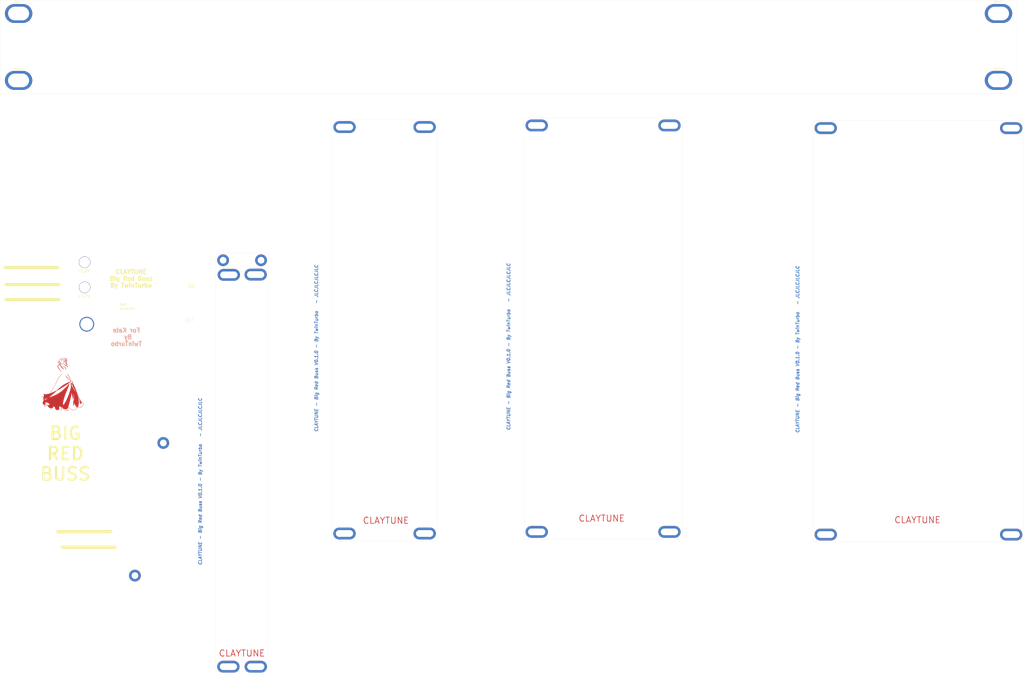
<source format=kicad_pcb>
(kicad_pcb (version 20171130) (host pcbnew "(5.1.7)-1")

  (general
    (thickness 1.6)
    (drawings 61)
    (tracks 0)
    (zones 0)
    (modules 31)
    (nets 2)
  )

  (page A4)
  (layers
    (0 F.Cu signal)
    (31 B.Cu signal)
    (32 B.Adhes user)
    (33 F.Adhes user)
    (34 B.Paste user)
    (35 F.Paste user)
    (36 B.SilkS user)
    (37 F.SilkS user)
    (38 B.Mask user)
    (39 F.Mask user)
    (40 Dwgs.User user)
    (41 Cmts.User user)
    (42 Eco1.User user)
    (43 Eco2.User user)
    (44 Edge.Cuts user)
    (45 Margin user)
    (46 B.CrtYd user)
    (47 F.CrtYd user)
    (48 B.Fab user)
    (49 F.Fab user)
  )

  (setup
    (last_trace_width 0.25)
    (trace_clearance 0.2)
    (zone_clearance 0.508)
    (zone_45_only no)
    (trace_min 0.2)
    (via_size 0.8)
    (via_drill 0.4)
    (via_min_size 0.4)
    (via_min_drill 0.3)
    (uvia_size 0.3)
    (uvia_drill 0.1)
    (uvias_allowed no)
    (uvia_min_size 0.2)
    (uvia_min_drill 0.1)
    (edge_width 0.05)
    (segment_width 0.2)
    (pcb_text_width 0.3)
    (pcb_text_size 1.5 1.5)
    (mod_edge_width 0.12)
    (mod_text_size 1 1)
    (mod_text_width 0.15)
    (pad_size 5.6 5.6)
    (pad_drill 3.2)
    (pad_to_mask_clearance 0.051)
    (solder_mask_min_width 0.25)
    (aux_axis_origin 0 0)
    (visible_elements 7FFFFFFF)
    (pcbplotparams
      (layerselection 0x010fc_ffffffff)
      (usegerberextensions false)
      (usegerberattributes false)
      (usegerberadvancedattributes false)
      (creategerberjobfile false)
      (excludeedgelayer true)
      (linewidth 0.100000)
      (plotframeref false)
      (viasonmask false)
      (mode 1)
      (useauxorigin false)
      (hpglpennumber 1)
      (hpglpenspeed 20)
      (hpglpendiameter 15.000000)
      (psnegative false)
      (psa4output false)
      (plotreference true)
      (plotvalue true)
      (plotinvisibletext false)
      (padsonsilk false)
      (subtractmaskfromsilk false)
      (outputformat 1)
      (mirror false)
      (drillshape 0)
      (scaleselection 1)
      (outputdirectory "PCB/"))
  )

  (net 0 "")
  (net 1 GND)

  (net_class Default "This is the default net class."
    (clearance 0.2)
    (trace_width 0.25)
    (via_dia 0.8)
    (via_drill 0.4)
    (uvia_dia 0.3)
    (uvia_drill 0.1)
    (add_net GND)
  )

  (module MountingHole:MountingHole_3.2mm_M3_DIN965_Pad (layer F.Cu) (tedit 602A5E21) (tstamp 602A7F78)
    (at 368.708 -40.53)
    (descr "Mounting Hole 3.2mm, M3, DIN965")
    (tags "mounting hole 3.2mm m3 din965")
    (path /5EDB4F9A)
    (attr virtual)
    (fp_text reference H1 (at 0.1908 -4.7836) (layer F.SilkS) hide
      (effects (font (size 1 1) (thickness 0.15)))
    )
    (fp_text value MountingHole_Pad (at -16.192 -1.982) (layer F.Fab)
      (effects (font (size 1 1) (thickness 0.15)))
    )
    (fp_text user %R (at 0.3 0) (layer F.Fab)
      (effects (font (size 1 1) (thickness 0.15)))
    )
    (fp_circle (center 0 0) (end 2.8 0) (layer Cmts.User) (width 0.15))
    (fp_circle (center 0 0) (end 3.05 0) (layer F.CrtYd) (width 0.05))
    (pad 1 thru_hole oval (at 0 0) (size 10.6 5.6) (drill oval 8.2 3.2) (layers *.Cu *.Mask))
  )

  (module MountingHole:MountingHole_3.2mm_M3_DIN965_Pad (layer F.Cu) (tedit 602A5E21) (tstamp 602A7F6A)
    (at 456.708 -40.53)
    (descr "Mounting Hole 3.2mm, M3, DIN965")
    (tags "mounting hole 3.2mm m3 din965")
    (path /5EDB4F9A)
    (attr virtual)
    (fp_text reference H1 (at 0.1908 -4.7836) (layer F.SilkS) hide
      (effects (font (size 1 1) (thickness 0.15)))
    )
    (fp_text value MountingHole_Pad (at -16.192 -1.982) (layer F.Fab)
      (effects (font (size 1 1) (thickness 0.15)))
    )
    (fp_circle (center 0 0) (end 3.05 0) (layer F.CrtYd) (width 0.05))
    (fp_circle (center 0 0) (end 2.8 0) (layer Cmts.User) (width 0.15))
    (fp_text user %R (at 0.3 0) (layer F.Fab)
      (effects (font (size 1 1) (thickness 0.15)))
    )
    (pad 1 thru_hole oval (at 0 0) (size 10.6 5.6) (drill oval 8.2 3.2) (layers *.Cu *.Mask))
  )

  (module MountingHole:MountingHole_3.2mm_M3_DIN965_Pad (layer F.Cu) (tedit 602A5E21) (tstamp 602A7F5C)
    (at 456.708 152.47)
    (descr "Mounting Hole 3.2mm, M3, DIN965")
    (tags "mounting hole 3.2mm m3 din965")
    (path /5EDB4F9A)
    (attr virtual)
    (fp_text reference H1 (at 0.1908 -4.7836) (layer F.SilkS) hide
      (effects (font (size 1 1) (thickness 0.15)))
    )
    (fp_text value MountingHole_Pad (at -16.192 -1.982) (layer F.Fab)
      (effects (font (size 1 1) (thickness 0.15)))
    )
    (fp_text user %R (at 0.3 0) (layer F.Fab)
      (effects (font (size 1 1) (thickness 0.15)))
    )
    (fp_circle (center 0 0) (end 2.8 0) (layer Cmts.User) (width 0.15))
    (fp_circle (center 0 0) (end 3.05 0) (layer F.CrtYd) (width 0.05))
    (pad 1 thru_hole oval (at 0 0) (size 10.6 5.6) (drill oval 8.2 3.2) (layers *.Cu *.Mask))
  )

  (module MountingHole:MountingHole_3.2mm_M3_DIN965_Pad (layer F.Cu) (tedit 602A5E21) (tstamp 602A7F4E)
    (at 368.708 152.47)
    (descr "Mounting Hole 3.2mm, M3, DIN965")
    (tags "mounting hole 3.2mm m3 din965")
    (path /5EDB4F9A)
    (attr virtual)
    (fp_text reference H1 (at 0.1908 -4.7836) (layer F.SilkS) hide
      (effects (font (size 1 1) (thickness 0.15)))
    )
    (fp_text value MountingHole_Pad (at -16.192 -1.982) (layer F.Fab)
      (effects (font (size 1 1) (thickness 0.15)))
    )
    (fp_circle (center 0 0) (end 3.05 0) (layer F.CrtYd) (width 0.05))
    (fp_circle (center 0 0) (end 2.8 0) (layer Cmts.User) (width 0.15))
    (fp_text user %R (at 0.3 0) (layer F.Fab)
      (effects (font (size 1 1) (thickness 0.15)))
    )
    (pad 1 thru_hole oval (at 0 0) (size 10.6 5.6) (drill oval 8.2 3.2) (layers *.Cu *.Mask))
  )

  (module MountingHole:MountingHole_3.2mm_M3_DIN965_Pad (layer F.Cu) (tedit 602A5E21) (tstamp 602A7F40)
    (at 294.548 151.2)
    (descr "Mounting Hole 3.2mm, M3, DIN965")
    (tags "mounting hole 3.2mm m3 din965")
    (path /5EDB4F9A)
    (attr virtual)
    (fp_text reference H1 (at 0.1908 -4.7836) (layer F.SilkS) hide
      (effects (font (size 1 1) (thickness 0.15)))
    )
    (fp_text value MountingHole_Pad (at -16.192 -1.982) (layer F.Fab)
      (effects (font (size 1 1) (thickness 0.15)))
    )
    (fp_text user %R (at 0.3 0) (layer F.Fab)
      (effects (font (size 1 1) (thickness 0.15)))
    )
    (fp_circle (center 0 0) (end 2.8 0) (layer Cmts.User) (width 0.15))
    (fp_circle (center 0 0) (end 3.05 0) (layer F.CrtYd) (width 0.05))
    (pad 1 thru_hole oval (at 0 0) (size 10.6 5.6) (drill oval 8.2 3.2) (layers *.Cu *.Mask))
  )

  (module MountingHole:MountingHole_3.2mm_M3_DIN965_Pad (layer F.Cu) (tedit 602A5E21) (tstamp 602A7F32)
    (at 231.548 151.2)
    (descr "Mounting Hole 3.2mm, M3, DIN965")
    (tags "mounting hole 3.2mm m3 din965")
    (path /5EDB4F9A)
    (attr virtual)
    (fp_text reference H1 (at 0.1908 -4.7836) (layer F.SilkS) hide
      (effects (font (size 1 1) (thickness 0.15)))
    )
    (fp_text value MountingHole_Pad (at -16.192 -1.982) (layer F.Fab)
      (effects (font (size 1 1) (thickness 0.15)))
    )
    (fp_circle (center 0 0) (end 3.05 0) (layer F.CrtYd) (width 0.05))
    (fp_circle (center 0 0) (end 2.8 0) (layer Cmts.User) (width 0.15))
    (fp_text user %R (at 0.3 0) (layer F.Fab)
      (effects (font (size 1 1) (thickness 0.15)))
    )
    (pad 1 thru_hole oval (at 0 0) (size 10.6 5.6) (drill oval 8.2 3.2) (layers *.Cu *.Mask))
  )

  (module MountingHole:MountingHole_3.2mm_M3_DIN965_Pad (layer F.Cu) (tedit 602A5E21) (tstamp 602A7F24)
    (at 178.362 151.962)
    (descr "Mounting Hole 3.2mm, M3, DIN965")
    (tags "mounting hole 3.2mm m3 din965")
    (path /5EDB4F9A)
    (attr virtual)
    (fp_text reference H1 (at 0.1908 -4.7836) (layer F.SilkS) hide
      (effects (font (size 1 1) (thickness 0.15)))
    )
    (fp_text value MountingHole_Pad (at -16.192 -1.982) (layer F.Fab)
      (effects (font (size 1 1) (thickness 0.15)))
    )
    (fp_text user %R (at 0.3 0) (layer F.Fab)
      (effects (font (size 1 1) (thickness 0.15)))
    )
    (fp_circle (center 0 0) (end 2.8 0) (layer Cmts.User) (width 0.15))
    (fp_circle (center 0 0) (end 3.05 0) (layer F.CrtYd) (width 0.05))
    (pad 1 thru_hole oval (at 0 0) (size 10.6 5.6) (drill oval 8.2 3.2) (layers *.Cu *.Mask))
  )

  (module MountingHole:MountingHole_3.2mm_M3_DIN965_Pad (layer F.Cu) (tedit 602A5E21) (tstamp 602A7F16)
    (at 140.362 151.962)
    (descr "Mounting Hole 3.2mm, M3, DIN965")
    (tags "mounting hole 3.2mm m3 din965")
    (path /5EDB4F9A)
    (attr virtual)
    (fp_text reference H1 (at 0.1908 -4.7836) (layer F.SilkS) hide
      (effects (font (size 1 1) (thickness 0.15)))
    )
    (fp_text value MountingHole_Pad (at -16.192 -1.982) (layer F.Fab)
      (effects (font (size 1 1) (thickness 0.15)))
    )
    (fp_circle (center 0 0) (end 3.05 0) (layer F.CrtYd) (width 0.05))
    (fp_circle (center 0 0) (end 2.8 0) (layer Cmts.User) (width 0.15))
    (fp_text user %R (at 0.3 0) (layer F.Fab)
      (effects (font (size 1 1) (thickness 0.15)))
    )
    (pad 1 thru_hole oval (at 0 0) (size 10.6 5.6) (drill oval 8.2 3.2) (layers *.Cu *.Mask))
  )

  (module MountingHole:MountingHole_3.2mm_M3_DIN965_Pad (layer F.Cu) (tedit 602A5E21) (tstamp 602A7F08)
    (at 98.244 215.208)
    (descr "Mounting Hole 3.2mm, M3, DIN965")
    (tags "mounting hole 3.2mm m3 din965")
    (path /5EDB4F9A)
    (attr virtual)
    (fp_text reference H1 (at 0.1908 -4.7836) (layer F.SilkS) hide
      (effects (font (size 1 1) (thickness 0.15)))
    )
    (fp_text value MountingHole_Pad (at -16.192 -1.982) (layer F.Fab)
      (effects (font (size 1 1) (thickness 0.15)))
    )
    (fp_text user %R (at 0.3 0) (layer F.Fab)
      (effects (font (size 1 1) (thickness 0.15)))
    )
    (fp_circle (center 0 0) (end 2.8 0) (layer Cmts.User) (width 0.15))
    (fp_circle (center 0 0) (end 3.05 0) (layer F.CrtYd) (width 0.05))
    (pad 1 thru_hole oval (at 0 0) (size 10.6 5.6) (drill oval 8.2 3.2) (layers *.Cu *.Mask))
  )

  (module MountingHole:MountingHole_3.2mm_M3_DIN965_Pad (layer F.Cu) (tedit 602A5E21) (tstamp 602A7EFA)
    (at 85.244 215.208)
    (descr "Mounting Hole 3.2mm, M3, DIN965")
    (tags "mounting hole 3.2mm m3 din965")
    (path /5EDB4F9A)
    (attr virtual)
    (fp_text reference H1 (at 0.1908 -4.7836) (layer F.SilkS) hide
      (effects (font (size 1 1) (thickness 0.15)))
    )
    (fp_text value MountingHole_Pad (at -16.192 -1.982) (layer F.Fab)
      (effects (font (size 1 1) (thickness 0.15)))
    )
    (fp_circle (center 0 0) (end 3.05 0) (layer F.CrtYd) (width 0.05))
    (fp_circle (center 0 0) (end 2.8 0) (layer Cmts.User) (width 0.15))
    (fp_text user %R (at 0.3 0) (layer F.Fab)
      (effects (font (size 1 1) (thickness 0.15)))
    )
    (pad 1 thru_hole oval (at 0 0) (size 10.6 5.6) (drill oval 8.2 3.2) (layers *.Cu *.Mask))
  )

  (module MountingHole:MountingHole_3.2mm_M3_DIN965_Pad (layer F.Cu) (tedit 602A5E21) (tstamp 602A7EEC)
    (at 98.18 29.02)
    (descr "Mounting Hole 3.2mm, M3, DIN965")
    (tags "mounting hole 3.2mm m3 din965")
    (path /5EDB4F9A)
    (attr virtual)
    (fp_text reference H1 (at 0.1908 -4.7836) (layer F.SilkS) hide
      (effects (font (size 1 1) (thickness 0.15)))
    )
    (fp_text value MountingHole_Pad (at -16.192 -1.982) (layer F.Fab)
      (effects (font (size 1 1) (thickness 0.15)))
    )
    (fp_text user %R (at 0.3 0) (layer F.Fab)
      (effects (font (size 1 1) (thickness 0.15)))
    )
    (fp_circle (center 0 0) (end 2.8 0) (layer Cmts.User) (width 0.15))
    (fp_circle (center 0 0) (end 3.05 0) (layer F.CrtYd) (width 0.05))
    (pad 1 thru_hole oval (at 0 0) (size 10.6 5.6) (drill oval 8.2 3.2) (layers *.Cu *.Mask))
  )

  (module MountingHole:MountingHole_3.2mm_M3_DIN965_Pad (layer F.Cu) (tedit 602A5E21) (tstamp 602A7EDE)
    (at 85.45 29.15)
    (descr "Mounting Hole 3.2mm, M3, DIN965")
    (tags "mounting hole 3.2mm m3 din965")
    (path /5EDB4F9A)
    (attr virtual)
    (fp_text reference H1 (at 0.1908 -4.7836) (layer F.SilkS) hide
      (effects (font (size 1 1) (thickness 0.15)))
    )
    (fp_text value MountingHole_Pad (at -16.192 -1.982) (layer F.Fab)
      (effects (font (size 1 1) (thickness 0.15)))
    )
    (fp_circle (center 0 0) (end 3.05 0) (layer F.CrtYd) (width 0.05))
    (fp_circle (center 0 0) (end 2.8 0) (layer Cmts.User) (width 0.15))
    (fp_text user %R (at 0.3 0) (layer F.Fab)
      (effects (font (size 1 1) (thickness 0.15)))
    )
    (pad 1 thru_hole oval (at 0 0) (size 10.6 5.6) (drill oval 8.2 3.2) (layers *.Cu *.Mask))
  )

  (module MountingHole:MountingHole_3.2mm_M3_DIN965_Pad (layer F.Cu) (tedit 602A5E21) (tstamp 602A7ED0)
    (at 231.548 -41.8)
    (descr "Mounting Hole 3.2mm, M3, DIN965")
    (tags "mounting hole 3.2mm m3 din965")
    (path /5EDB4F9A)
    (attr virtual)
    (fp_text reference H1 (at 0.1908 -4.7836) (layer F.SilkS) hide
      (effects (font (size 1 1) (thickness 0.15)))
    )
    (fp_text value MountingHole_Pad (at -16.192 -1.982) (layer F.Fab)
      (effects (font (size 1 1) (thickness 0.15)))
    )
    (fp_text user %R (at 0.3 0) (layer F.Fab)
      (effects (font (size 1 1) (thickness 0.15)))
    )
    (fp_circle (center 0 0) (end 2.8 0) (layer Cmts.User) (width 0.15))
    (fp_circle (center 0 0) (end 3.05 0) (layer F.CrtYd) (width 0.05))
    (pad 1 thru_hole oval (at 0 0) (size 10.6 5.6) (drill oval 8.2 3.2) (layers *.Cu *.Mask))
  )

  (module MountingHole:MountingHole_3.2mm_M3_DIN965_Pad (layer F.Cu) (tedit 602A5E21) (tstamp 602A7EC2)
    (at 294.548 -41.8)
    (descr "Mounting Hole 3.2mm, M3, DIN965")
    (tags "mounting hole 3.2mm m3 din965")
    (path /5EDB4F9A)
    (attr virtual)
    (fp_text reference H1 (at 0.1908 -4.7836) (layer F.SilkS) hide
      (effects (font (size 1 1) (thickness 0.15)))
    )
    (fp_text value MountingHole_Pad (at -16.192 -1.982) (layer F.Fab)
      (effects (font (size 1 1) (thickness 0.15)))
    )
    (fp_circle (center 0 0) (end 3.05 0) (layer F.CrtYd) (width 0.05))
    (fp_circle (center 0 0) (end 2.8 0) (layer Cmts.User) (width 0.15))
    (fp_text user %R (at 0.3 0) (layer F.Fab)
      (effects (font (size 1 1) (thickness 0.15)))
    )
    (pad 1 thru_hole oval (at 0 0) (size 10.6 5.6) (drill oval 8.2 3.2) (layers *.Cu *.Mask))
  )

  (module MountingHole:MountingHole_3.2mm_M3_DIN965_Pad (layer F.Cu) (tedit 602A5E21) (tstamp 602A7E10)
    (at 178.362 -41.038)
    (descr "Mounting Hole 3.2mm, M3, DIN965")
    (tags "mounting hole 3.2mm m3 din965")
    (path /5EDB4F9A)
    (attr virtual)
    (fp_text reference H1 (at 0.1908 -4.7836) (layer F.SilkS) hide
      (effects (font (size 1 1) (thickness 0.15)))
    )
    (fp_text value MountingHole_Pad (at -16.192 -1.982) (layer F.Fab)
      (effects (font (size 1 1) (thickness 0.15)))
    )
    (fp_text user %R (at 0.3 0) (layer F.Fab)
      (effects (font (size 1 1) (thickness 0.15)))
    )
    (fp_circle (center 0 0) (end 2.8 0) (layer Cmts.User) (width 0.15))
    (fp_circle (center 0 0) (end 3.05 0) (layer F.CrtYd) (width 0.05))
    (pad 1 thru_hole oval (at 0 0) (size 10.6 5.6) (drill oval 8.2 3.2) (layers *.Cu *.Mask))
  )

  (module MountingHole:MountingHole_3.2mm_M3_DIN965_Pad (layer F.Cu) (tedit 602A5E21) (tstamp 602A7DC0)
    (at 140.362 -41.038)
    (descr "Mounting Hole 3.2mm, M3, DIN965")
    (tags "mounting hole 3.2mm m3 din965")
    (path /5EDB4F9A)
    (attr virtual)
    (fp_text reference H1 (at 0.1908 -4.7836) (layer F.SilkS) hide
      (effects (font (size 1 1) (thickness 0.15)))
    )
    (fp_text value MountingHole_Pad (at -16.192 -1.982) (layer F.Fab)
      (effects (font (size 1 1) (thickness 0.15)))
    )
    (fp_circle (center 0 0) (end 3.05 0) (layer F.CrtYd) (width 0.05))
    (fp_circle (center 0 0) (end 2.8 0) (layer Cmts.User) (width 0.15))
    (fp_text user %R (at 0.3 0) (layer F.Fab)
      (effects (font (size 1 1) (thickness 0.15)))
    )
    (pad 1 thru_hole oval (at 0 0) (size 10.6 5.6) (drill oval 8.2 3.2) (layers *.Cu *.Mask))
  )

  (module AA-ROB-FULL:MountingHole_Oval (layer F.Cu) (tedit 60116572) (tstamp 6011C3A9)
    (at -14.32 -63.21)
    (descr "Mounting Hole 4.3x6.2mm, M4")
    (tags "mounting hole 4.3x6.2mm m4")
    (attr virtual)
    (fp_text reference REF** (at 0 -5.3) (layer F.SilkS)
      (effects (font (size 1 1) (thickness 0.15)))
    )
    (fp_text value MountingHole_Oval (at 0 5.3) (layer F.Fab)
      (effects (font (size 1 1) (thickness 0.15)))
    )
    (fp_circle (center -0.95 0) (end 3.35 0) (layer Cmts.User) (width 0.15))
    (fp_circle (center 0.95 0) (end 5.25 0) (layer Cmts.User) (width 0.15))
    (fp_line (start -0.95 -4.55) (end 0.95 -4.55) (layer F.CrtYd) (width 0.05))
    (fp_line (start 0.95 4.55) (end -0.95 4.55) (layer F.CrtYd) (width 0.05))
    (fp_text user %R (at 0.01 0) (layer F.Fab)
      (effects (font (size 1 1) (thickness 0.15)))
    )
    (fp_arc (start -0.95 0) (end -0.95 4.55) (angle 180) (layer F.CrtYd) (width 0.05))
    (fp_arc (start 0.95 0) (end 0.95 -4.55) (angle 180) (layer F.CrtYd) (width 0.05))
    (pad 1 thru_hole oval (at 0 0) (size 13 9) (drill oval 10 6.5) (layers *.Cu *.Mask))
  )

  (module AA-ROB-FULL:MountingHole_Oval (layer F.Cu) (tedit 60116572) (tstamp 6011C39E)
    (at -14.31 -94.97)
    (descr "Mounting Hole 4.3x6.2mm, M4")
    (tags "mounting hole 4.3x6.2mm m4")
    (attr virtual)
    (fp_text reference REF** (at 0 -5.3) (layer F.SilkS)
      (effects (font (size 1 1) (thickness 0.15)))
    )
    (fp_text value MountingHole_Oval (at 0 5.3) (layer F.Fab)
      (effects (font (size 1 1) (thickness 0.15)))
    )
    (fp_line (start 0.95 4.55) (end -0.95 4.55) (layer F.CrtYd) (width 0.05))
    (fp_line (start -0.95 -4.55) (end 0.95 -4.55) (layer F.CrtYd) (width 0.05))
    (fp_circle (center 0.95 0) (end 5.25 0) (layer Cmts.User) (width 0.15))
    (fp_circle (center -0.95 0) (end 3.35 0) (layer Cmts.User) (width 0.15))
    (fp_arc (start 0.95 0) (end 0.95 -4.55) (angle 180) (layer F.CrtYd) (width 0.05))
    (fp_arc (start -0.95 0) (end -0.95 4.55) (angle 180) (layer F.CrtYd) (width 0.05))
    (fp_text user %R (at 0.01 0) (layer F.Fab)
      (effects (font (size 1 1) (thickness 0.15)))
    )
    (pad 1 thru_hole oval (at 0 0) (size 13 9) (drill oval 10 6.5) (layers *.Cu *.Mask))
  )

  (module AA-ROB-FULL:MountingHole_Oval (layer F.Cu) (tedit 60116572) (tstamp 6011C393)
    (at 450.69 -63.22)
    (descr "Mounting Hole 4.3x6.2mm, M4")
    (tags "mounting hole 4.3x6.2mm m4")
    (attr virtual)
    (fp_text reference REF** (at 0 -5.3) (layer F.SilkS)
      (effects (font (size 1 1) (thickness 0.15)))
    )
    (fp_text value MountingHole_Oval (at 0 5.3) (layer F.Fab)
      (effects (font (size 1 1) (thickness 0.15)))
    )
    (fp_line (start 0.95 4.55) (end -0.95 4.55) (layer F.CrtYd) (width 0.05))
    (fp_line (start -0.95 -4.55) (end 0.95 -4.55) (layer F.CrtYd) (width 0.05))
    (fp_circle (center 0.95 0) (end 5.25 0) (layer Cmts.User) (width 0.15))
    (fp_circle (center -0.95 0) (end 3.35 0) (layer Cmts.User) (width 0.15))
    (fp_arc (start 0.95 0) (end 0.95 -4.55) (angle 180) (layer F.CrtYd) (width 0.05))
    (fp_arc (start -0.95 0) (end -0.95 4.55) (angle 180) (layer F.CrtYd) (width 0.05))
    (fp_text user %R (at 0.01 0) (layer F.Fab)
      (effects (font (size 1 1) (thickness 0.15)))
    )
    (pad 1 thru_hole oval (at 0 0) (size 13 9) (drill oval 10 6.5) (layers *.Cu *.Mask))
  )

  (module AA-ROB-FULL:MountingHole_Oval (layer F.Cu) (tedit 60116572) (tstamp 6011C388)
    (at 450.69 -94.977839)
    (descr "Mounting Hole 4.3x6.2mm, M4")
    (tags "mounting hole 4.3x6.2mm m4")
    (attr virtual)
    (fp_text reference REF** (at 0 -5.3) (layer F.SilkS)
      (effects (font (size 1 1) (thickness 0.15)))
    )
    (fp_text value MountingHole_Oval (at 0 5.3) (layer F.Fab)
      (effects (font (size 1 1) (thickness 0.15)))
    )
    (fp_circle (center -0.95 0) (end 3.35 0) (layer Cmts.User) (width 0.15))
    (fp_circle (center 0.95 0) (end 5.25 0) (layer Cmts.User) (width 0.15))
    (fp_line (start -0.95 -4.55) (end 0.95 -4.55) (layer F.CrtYd) (width 0.05))
    (fp_line (start 0.95 4.55) (end -0.95 4.55) (layer F.CrtYd) (width 0.05))
    (fp_text user %R (at 0.01 0) (layer F.Fab)
      (effects (font (size 1 1) (thickness 0.15)))
    )
    (fp_arc (start -0.95 0) (end -0.95 4.55) (angle 180) (layer F.CrtYd) (width 0.05))
    (fp_arc (start 0.95 0) (end 0.95 -4.55) (angle 180) (layer F.CrtYd) (width 0.05))
    (pad 1 thru_hole oval (at 0 0) (size 13 9) (drill oval 10 6.5) (layers *.Cu *.Mask))
  )

  (module MountingHole:MountingHole_3.2mm_M3_DIN965_Pad (layer F.Cu) (tedit 5FE49774) (tstamp 5FE6F7FA)
    (at 180.862 151.962)
    (descr "Mounting Hole 3.2mm, M3, DIN965")
    (tags "mounting hole 3.2mm m3 din965")
    (path /5EDB4F9A)
    (attr virtual)
    (fp_text reference H1 (at -7.234 5.422) (layer F.SilkS) hide
      (effects (font (size 1 1) (thickness 0.15)))
    )
    (fp_text value MountingHole_Pad (at 0.756 5.392) (layer F.Fab)
      (effects (font (size 1 1) (thickness 0.15)))
    )
    (fp_circle (center 0 0) (end 2.8 0) (layer Cmts.User) (width 0.15))
    (fp_circle (center 0 0) (end 3.05 0) (layer F.CrtYd) (width 0.05))
    (fp_text user %R (at 0.3 0) (layer F.Fab)
      (effects (font (size 1 1) (thickness 0.15)))
    )
    (pad 1 thru_hole circle (at 0 0) (size 5.6 5.6) (drill 3.2) (layers *.Cu *.Mask)
      (net 1 GND))
  )

  (module MountingHole:MountingHole_3.2mm_M3_DIN965_Pad (layer F.Cu) (tedit 5FE4976C) (tstamp 5FE6F7F3)
    (at 137.862 151.962)
    (descr "Mounting Hole 3.2mm, M3, DIN965")
    (tags "mounting hole 3.2mm m3 din965")
    (path /5EDB4F9A)
    (attr virtual)
    (fp_text reference H1 (at 3.226 5.382) (layer F.SilkS) hide
      (effects (font (size 1 1) (thickness 0.15)))
    )
    (fp_text value MountingHole_Pad (at -4.624 5.352) (layer F.Fab)
      (effects (font (size 1 1) (thickness 0.15)))
    )
    (fp_circle (center 0 0) (end 3.05 0) (layer F.CrtYd) (width 0.05))
    (fp_circle (center 0 0) (end 2.8 0) (layer Cmts.User) (width 0.15))
    (fp_text user %R (at 0.3 0) (layer F.Fab)
      (effects (font (size 1 1) (thickness 0.15)))
    )
    (pad 1 thru_hole circle (at 0 0) (size 5.6 5.6) (drill 3.2) (layers *.Cu *.Mask)
      (net 1 GND))
  )

  (module RobsFoots:FP-MINITOGLE (layer F.Cu) (tedit 5FE4971A) (tstamp 5FE4E7D1)
    (at 18.034 52.578)
    (fp_text reference SW9 (at 17.15 -9.4) (layer F.SilkS)
      (effects (font (size 1 1) (thickness 0.15)))
    )
    (fp_text value RUNSTOP (at 19.31 -7.25) (layer F.SilkS)
      (effects (font (size 1 1) (thickness 0.15)))
    )
    (fp_line (start -3.81 7.62) (end -3.81 -7.62) (layer Dwgs.User) (width 0.15))
    (fp_line (start 3.81 -7.62) (end 3.81 7.62) (layer Dwgs.User) (width 0.15))
    (fp_line (start 3.81 7.62) (end -3.81 7.62) (layer Dwgs.User) (width 0.15))
    (fp_line (start -3.81 -7.62) (end -2.54 -7.62) (layer Dwgs.User) (width 0.15))
    (fp_line (start -2.54 -7.62) (end 3.81 -7.62) (layer Dwgs.User) (width 0.15))
    (fp_line (start -2.54 -7.62) (end -3.81 -7.62) (layer Dwgs.User) (width 0.15))
    (pad 2 thru_hole circle (at 0 0) (size 7 7) (drill 6) (layers *.Cu *.Mask)
      (net 1 GND))
  )

  (module RobsFoots:FP-LED_D5.0mm (layer F.Cu) (tedit 5FE49722) (tstamp 5FE4B511)
    (at 17.018 33.782 270)
    (descr "LED, diameter 5.0mm, 2 pins, http://cdn-reichelt.de/documents/datenblatt/A500/LL-504BC2E-009.pdf")
    (tags "LED diameter 5.0mm 2 pins")
    (path /5FEBD117)
    (fp_text reference +12V (at 5.45 0.332) (layer F.SilkS)
      (effects (font (size 1.5 1.5) (thickness 0.2)))
    )
    (fp_text value "LED +12" (at 1.13 8.122 270) (layer F.Fab)
      (effects (font (size 1 1) (thickness 0.15)))
    )
    (fp_line (start 4.5 -3.25) (end -1.95 -3.25) (layer F.CrtYd) (width 0.05))
    (fp_line (start 4.5 3.25) (end 4.5 -3.25) (layer F.CrtYd) (width 0.05))
    (fp_line (start -1.95 3.25) (end 4.5 3.25) (layer F.CrtYd) (width 0.05))
    (fp_line (start -1.95 -3.25) (end -1.95 3.25) (layer F.CrtYd) (width 0.05))
    (fp_text user %R (at 1.25 0 270) (layer F.Fab)
      (effects (font (size 0.8 0.8) (thickness 0.2)))
    )
    (pad 1 thru_hole circle (at 1.27 0 270) (size 5.4 5.4) (drill 5.2) (layers *.Cu *.Mask)
      (net 1 GND))
  )

  (module RobsFoots:FP-LED_D5.0mm (layer F.Cu) (tedit 5FE49739) (tstamp 5FE4B6A2)
    (at 17.018 21.844 270)
    (descr "LED, diameter 5.0mm, 2 pins, http://cdn-reichelt.de/documents/datenblatt/A500/LL-504BC2E-009.pdf")
    (tags "LED diameter 5.0mm 2 pins")
    (path /5FEBB4E9)
    (fp_text reference -12V (at 5.41 0.624) (layer F.SilkS)
      (effects (font (size 1.5 1.5) (thickness 0.2)))
    )
    (fp_text value "LED -12" (at 1.78 -11.996 270) (layer F.Fab)
      (effects (font (size 1 1) (thickness 0.15)))
    )
    (fp_line (start 4.5 -3.25) (end -1.95 -3.25) (layer F.CrtYd) (width 0.05))
    (fp_line (start 4.5 3.25) (end 4.5 -3.25) (layer F.CrtYd) (width 0.05))
    (fp_line (start -1.95 3.25) (end 4.5 3.25) (layer F.CrtYd) (width 0.05))
    (fp_line (start -1.95 -3.25) (end -1.95 3.25) (layer F.CrtYd) (width 0.05))
    (fp_text user %R (at 0.076 20.234 270) (layer F.Fab)
      (effects (font (size 0.8 0.8) (thickness 0.2)))
    )
    (pad 1 thru_hole circle (at 1.27 0 270) (size 5.4 5.4) (drill 5.2) (layers *.Cu *.Mask)
      (net 1 GND))
  )

  (module MountingHole:MountingHole_3.2mm_M3_DIN965_Pad (layer F.Cu) (tedit 5FE49745) (tstamp 5FE4678E)
    (at 82.744 22.208)
    (descr "Mounting Hole 3.2mm, M3, DIN965")
    (tags "mounting hole 3.2mm m3 din965")
    (path /5EDB4F9A)
    (attr virtual)
    (fp_text reference H1 (at 0.1908 -4.7836) (layer F.SilkS) hide
      (effects (font (size 1 1) (thickness 0.15)))
    )
    (fp_text value MountingHole_Pad (at -12.184 -1.678) (layer F.Fab)
      (effects (font (size 1 1) (thickness 0.15)))
    )
    (fp_circle (center 0 0) (end 3.05 0) (layer F.CrtYd) (width 0.05))
    (fp_circle (center 0 0) (end 2.8 0) (layer Cmts.User) (width 0.15))
    (fp_text user %R (at 0.3 0) (layer F.Fab)
      (effects (font (size 1 1) (thickness 0.15)))
    )
    (pad 1 thru_hole circle (at 0 0) (size 5.6 5.6) (drill 3.2) (layers *.Cu *.Mask)
      (net 1 GND))
  )

  (module MountingHole:MountingHole_3.2mm_M3_DIN965_Pad (layer B.Cu) (tedit 5FE49762) (tstamp 5FE4B6BA)
    (at 40.894 171.958 270)
    (descr "Mounting Hole 3.2mm, M3, DIN965")
    (tags "mounting hole 3.2mm m3 din965")
    (path /5EDB4F9A)
    (attr virtual)
    (fp_text reference H1 (at 0.06 -15.02 270) (layer B.SilkS) hide
      (effects (font (size 1 1) (thickness 0.15)) (justify mirror))
    )
    (fp_text value MountingHole_Pad (at 0.41 -13.57 270) (layer B.Fab)
      (effects (font (size 1 1) (thickness 0.15)) (justify mirror))
    )
    (fp_circle (center 0 0) (end 2.8 0) (layer Cmts.User) (width 0.15))
    (fp_circle (center 0 0) (end 3.05 0) (layer B.CrtYd) (width 0.05))
    (fp_text user %R (at 0.3 0 270) (layer B.Fab)
      (effects (font (size 1 1) (thickness 0.15)) (justify mirror))
    )
    (pad 1 thru_hole circle (at 0 0 270) (size 5.6 5.6) (drill 3.2) (layers *.Cu *.Mask)
      (net 1 GND))
  )

  (module MountingHole:MountingHole_3.2mm_M3_DIN965_Pad (layer B.Cu) (tedit 5FE49758) (tstamp 5FE4B6B3)
    (at 54.356 108.966 270)
    (descr "Mounting Hole 3.2mm, M3, DIN965")
    (tags "mounting hole 3.2mm m3 din965")
    (path /5EDB4F9A)
    (attr virtual)
    (fp_text reference H1 (at -0.62 -14.82 270) (layer B.SilkS) hide
      (effects (font (size 1 1) (thickness 0.15)) (justify mirror))
    )
    (fp_text value MountingHole_Pad (at 0.86 -15.77 270) (layer B.Fab)
      (effects (font (size 1 1) (thickness 0.15)) (justify mirror))
    )
    (fp_circle (center 0 0) (end 3.05 0) (layer B.CrtYd) (width 0.05))
    (fp_circle (center 0 0) (end 2.8 0) (layer Cmts.User) (width 0.15))
    (fp_text user %R (at 0.3 0 270) (layer B.Fab)
      (effects (font (size 1 1) (thickness 0.15)) (justify mirror))
    )
    (pad 1 thru_hole circle (at 0 0 270) (size 5.6 5.6) (drill 3.2) (layers *.Cu *.Mask)
      (net 1 GND))
  )

  (module MountingHole:MountingHole_3.2mm_M3_DIN965_Pad (layer F.Cu) (tedit 5FE4974D) (tstamp 5FE45E12)
    (at 100.744 22.208)
    (descr "Mounting Hole 3.2mm, M3, DIN965")
    (tags "mounting hole 3.2mm m3 din965")
    (path /5EDB4F9A)
    (attr virtual)
    (fp_text reference H1 (at 0.1908 -4.7836) (layer F.SilkS) hide
      (effects (font (size 1 1) (thickness 0.15)))
    )
    (fp_text value MountingHole_Pad (at 14.016 0.922) (layer F.Fab)
      (effects (font (size 1 1) (thickness 0.15)))
    )
    (fp_circle (center 0 0) (end 2.8 0) (layer Cmts.User) (width 0.15))
    (fp_circle (center 0 0) (end 3.05 0) (layer F.CrtYd) (width 0.05))
    (fp_text user %R (at 0.3 0) (layer F.Fab)
      (effects (font (size 1 1) (thickness 0.15)))
    )
    (pad 1 thru_hole circle (at 0 0) (size 5.6 5.6) (drill 3.2) (layers *.Cu *.Mask)
      (net 1 GND))
  )

  (module ROBSLIBRARY:shoebw-cu (layer F.Cu) (tedit 0) (tstamp 5EC9B99B)
    (at 7.62 136.398)
    (fp_text reference G*** (at 0 0) (layer F.SilkS) hide
      (effects (font (size 1.524 1.524) (thickness 0.3)))
    )
    (fp_text value LOGO (at 0.75 0) (layer F.SilkS) hide
      (effects (font (size 1.524 1.524) (thickness 0.3)))
    )
    (fp_poly (pts (xy -3.540394 -5.16274) (xy -3.466677 -5.098403) (xy -3.46049 -5.082836) (xy -3.493336 -5.05439)
      (xy -3.561719 -5.118131) (xy -3.570914 -5.132219) (xy -3.579071 -5.179579) (xy -3.540394 -5.16274)) (layer B.Mask) (width 0.01))
    (fp_poly (pts (xy -3.317324 -4.859665) (xy -3.216177 -4.71647) (xy -3.084029 -4.513566) (xy -3.063768 -4.481335)
      (xy -2.894274 -4.20991) (xy -2.786626 -4.034687) (xy -2.729024 -3.934663) (xy -2.709668 -3.888838)
      (xy -2.716757 -3.876212) (xy -2.723499 -3.875749) (xy -2.773139 -3.929981) (xy -2.874286 -4.073175)
      (xy -3.006434 -4.27608) (xy -3.026695 -4.308311) (xy -3.196189 -4.579735) (xy -3.303837 -4.754959)
      (xy -3.361439 -4.854983) (xy -3.380795 -4.900807) (xy -3.373706 -4.913434) (xy -3.366964 -4.913896)
      (xy -3.317324 -4.859665)) (layer B.Mask) (width 0.01))
    (fp_poly (pts (xy -2.629973 -3.771935) (xy -2.664578 -3.73733) (xy -2.699182 -3.771935) (xy -2.664578 -3.806539)
      (xy -2.629973 -3.771935)) (layer B.Mask) (width 0.01))
    (fp_poly (pts (xy -2.560763 -3.633515) (xy -2.595368 -3.59891) (xy -2.629973 -3.633515) (xy -2.595368 -3.66812)
      (xy -2.560763 -3.633515)) (layer B.Mask) (width 0.01))
    (fp_poly (pts (xy -2.491553 -3.495095) (xy -2.526158 -3.46049) (xy -2.560763 -3.495095) (xy -2.526158 -3.5297)
      (xy -2.491553 -3.495095)) (layer B.Mask) (width 0.01))
    (fp_poly (pts (xy -2.422343 -3.356676) (xy -2.456948 -3.322071) (xy -2.491553 -3.356676) (xy -2.456948 -3.391281)
      (xy -2.422343 -3.356676)) (layer B.Mask) (width 0.01))
    (fp_poly (pts (xy -2.353133 -3.218256) (xy -2.387738 -3.183651) (xy -2.422343 -3.218256) (xy -2.387738 -3.252861)
      (xy -2.353133 -3.218256)) (layer B.Mask) (width 0.01))
    (fp_poly (pts (xy -2.076294 -2.595368) (xy -2.110899 -2.560763) (xy -2.145504 -2.595368) (xy -2.110899 -2.629973)
      (xy -2.076294 -2.595368)) (layer B.Mask) (width 0.01))
    (fp_poly (pts (xy -2.007084 -2.456948) (xy -2.041689 -2.422343) (xy -2.076294 -2.456948) (xy -2.041689 -2.491553)
      (xy -2.007084 -2.456948)) (layer B.Mask) (width 0.01))
    (fp_poly (pts (xy -1.960944 -2.330063) (xy -1.952661 -2.247928) (xy -1.960944 -2.237784) (xy -2.00209 -2.247284)
      (xy -2.007084 -2.283924) (xy -1.981762 -2.340891) (xy -1.960944 -2.330063)) (layer B.Mask) (width 0.01))
    (fp_poly (pts (xy -1.868665 -2.110899) (xy -1.90327 -2.076294) (xy -1.937875 -2.110899) (xy -1.90327 -2.145504)
      (xy -1.868665 -2.110899)) (layer B.Mask) (width 0.01))
    (fp_poly (pts (xy -1.799455 -1.972479) (xy -1.83406 -1.937875) (xy -1.868665 -1.972479) (xy -1.83406 -2.007084)
      (xy -1.799455 -1.972479)) (layer B.Mask) (width 0.01))
    (fp_poly (pts (xy -1.753315 -1.845595) (xy -1.745032 -1.763459) (xy -1.753315 -1.753315) (xy -1.79446 -1.762815)
      (xy -1.799455 -1.799455) (xy -1.774132 -1.856422) (xy -1.753315 -1.845595)) (layer B.Mask) (width 0.01))
    (fp_poly (pts (xy -1.661035 -1.62643) (xy -1.69564 -1.591826) (xy -1.730245 -1.62643) (xy -1.69564 -1.661035)
      (xy -1.661035 -1.62643)) (layer B.Mask) (width 0.01))
    (fp_poly (pts (xy -1.591826 -1.488011) (xy -1.62643 -1.453406) (xy -1.661035 -1.488011) (xy -1.62643 -1.522616)
      (xy -1.591826 -1.488011)) (layer B.Mask) (width 0.01))
    (fp_poly (pts (xy -1.384196 -0.934332) (xy -1.418801 -0.899727) (xy -1.453406 -0.934332) (xy -1.418801 -0.968937)
      (xy -1.384196 -0.934332)) (layer B.Mask) (width 0.01))
    (fp_poly (pts (xy 0.622888 2.802997) (xy 0.588283 2.837602) (xy 0.553679 2.802997) (xy 0.588283 2.768392)
      (xy 0.622888 2.802997)) (layer B.Mask) (width 0.01))
    (fp_poly (pts (xy 2.117409 2.855369) (xy 2.126658 2.856303) (xy 2.192148 2.869136) (xy 2.132853 2.878871)
      (xy 1.9624 2.883813) (xy 1.90327 2.884102) (xy 1.701233 2.881052) (xy 1.601286 2.872468)
      (xy 1.61973 2.86005) (xy 1.642189 2.856861) (xy 1.871058 2.845242) (xy 2.117409 2.855369)) (layer B.Mask) (width 0.01))
    (fp_poly (pts (xy -4.048868 -5.758385) (xy -3.885552 -5.602762) (xy -3.736878 -5.43297) (xy -3.564808 -5.225341)
      (xy -3.800193 -5.43297) (xy -3.919397 -5.536147) (xy -3.980611 -5.577505) (xy -3.980669 -5.544165)
      (xy -3.916405 -5.42325) (xy -3.784655 -5.201882) (xy -3.715132 -5.086921) (xy -3.490444 -4.691479)
      (xy -3.277793 -4.263574) (xy -3.072795 -3.790173) (xy -2.871066 -3.258246) (xy -2.668223 -2.654762)
      (xy -2.459881 -1.966691) (xy -2.241656 -1.181002) (xy -2.009164 -0.284664) (xy -1.762227 0.717926)
      (xy -1.580651 1.420192) (xy -1.402915 2.008032) (xy -1.231265 2.475149) (xy -1.067946 2.815247)
      (xy -0.956005 2.978838) (xy -0.847393 3.083548) (xy -0.677733 3.225158) (xy -0.593671 3.290282)
      (xy -0.450702 3.390538) (xy -0.321305 3.450772) (xy -0.164015 3.480449) (xy 0.062632 3.489032)
      (xy 0.271452 3.487724) (xy 0.585711 3.475305) (xy 0.859155 3.439902) (xy 1.143927 3.371183)
      (xy 1.492168 3.258812) (xy 1.577918 3.228816) (xy 1.898043 3.11857) (xy 2.116672 3.052792)
      (xy 2.261589 3.026487) (xy 2.360579 3.034665) (xy 2.441427 3.07233) (xy 2.443041 3.073344)
      (xy 2.587426 3.143705) (xy 2.813277 3.232161) (xy 3.045232 3.310951) (xy 3.719808 3.524943)
      (xy 4.273766 3.706) (xy 4.719286 3.860234) (xy 5.068548 3.993757) (xy 5.333731 4.112684)
      (xy 5.527014 4.223127) (xy 5.660578 4.331199) (xy 5.746603 4.443013) (xy 5.797267 4.564682)
      (xy 5.82475 4.702319) (xy 5.825279 4.706267) (xy 5.823969 4.809277) (xy 5.767151 4.882745)
      (xy 5.62562 4.951221) (xy 5.467575 5.006963) (xy 5.271026 5.061209) (xy 4.969676 5.129976)
      (xy 4.595515 5.20662) (xy 4.180534 5.284497) (xy 3.880668 5.336558) (xy 3.488849 5.403664)
      (xy 3.146322 5.465211) (xy 2.875673 5.516904) (xy 2.699488 5.554452) (xy 2.640659 5.572239)
      (xy 2.679224 5.593441) (xy 2.816673 5.605172) (xy 2.874514 5.605995) (xy 3.036718 5.619246)
      (xy 3.08572 5.655073) (xy 3.076376 5.668529) (xy 2.992304 5.68647) (xy 2.792282 5.704493)
      (xy 2.498778 5.721995) (xy 2.13426 5.738371) (xy 1.721195 5.753015) (xy 1.282051 5.765322)
      (xy 0.839297 5.774688) (xy 0.415401 5.780509) (xy 0.032829 5.782179) (xy -0.28595 5.779093)
      (xy -0.518468 5.770647) (xy -0.570981 5.766713) (xy -0.76261 5.738533) (xy -0.881094 5.700384)
      (xy -0.899727 5.679809) (xy -0.956812 5.616935) (xy -1.095348 5.541843) (xy -1.10661 5.537094)
      (xy -1.328914 5.395547) (xy -1.566894 5.165249) (xy -1.784871 4.885987) (xy -1.945271 4.601851)
      (xy -1.998891 4.452085) (xy -2.079061 4.190723) (xy -2.179341 3.840599) (xy -2.293289 3.424548)
      (xy -2.414468 2.965405) (xy -2.490985 2.666821) (xy -2.636816 2.100986) (xy -2.760387 1.647372)
      (xy -2.869153 1.283008) (xy -2.970573 0.984924) (xy -3.072101 0.730148) (xy -3.181196 0.495709)
      (xy -3.221651 0.415944) (xy -3.461384 0.005583) (xy -3.71896 -0.342095) (xy -3.980756 -0.616283)
      (xy -4.233147 -0.806173) (xy -4.46251 -0.900959) (xy -4.655221 -0.889834) (xy -4.765113 -0.8084)
      (xy -4.783416 -0.720908) (xy -4.802934 -0.51189) (xy -4.823121 -0.198225) (xy -4.843432 0.203205)
      (xy -4.863319 0.675519) (xy -4.882237 1.201835) (xy -4.899638 1.765272) (xy -4.914978 2.34895)
      (xy -4.927708 2.935988) (xy -4.937284 3.509503) (xy -4.943158 4.052615) (xy -4.944784 4.548443)
      (xy -4.944159 4.72357) (xy -4.943756 5.051967) (xy -4.95015 5.266225) (xy -4.967853 5.390602)
      (xy -5.00138 5.449361) (xy -5.055243 5.466761) (xy -5.082579 5.467575) (xy -5.11984 5.464765)
      (xy -5.14999 5.447487) (xy -5.173794 5.40247) (xy -5.192018 5.31644) (xy -5.205427 5.176127)
      (xy -5.214786 4.968258) (xy -5.220859 4.679562) (xy -5.224413 4.296766) (xy -5.226211 3.806599)
      (xy -5.22702 3.195788) (xy -5.227205 2.958719) (xy -5.233711 2.027148) (xy -5.251344 1.157127)
      (xy -5.279413 0.360213) (xy -5.31723 -0.352041) (xy -5.364103 -0.968082) (xy -5.419342 -1.476354)
      (xy -5.482257 -1.865305) (xy -5.526196 -2.046154) (xy -5.566031 -2.338992) (xy -5.550119 -2.722066)
      (xy -5.485472 -3.162238) (xy -5.379103 -3.62637) (xy -5.370774 -3.653231) (xy -4.417292 -3.653231)
      (xy -4.417256 -3.455605) (xy -4.305661 -3.269751) (xy -4.093198 -3.120834) (xy -3.970561 -3.073511)
      (xy -3.707123 -3.001196) (xy -3.5601 -2.982938) (xy -3.5297 -3.002681) (xy -3.56963 -3.137221)
      (xy -3.67217 -3.333406) (xy -3.81144 -3.546434) (xy -3.931726 -3.698668) (xy -4.070562 -3.849743)
      (xy -4.157379 -3.909328) (xy -4.229482 -3.891673) (xy -4.295078 -3.837461) (xy -4.417292 -3.653231)
      (xy -5.370774 -3.653231) (xy -5.238027 -4.081326) (xy -5.069255 -4.493967) (xy -4.96605 -4.692832)
      (xy -4.848929 -4.883299) (xy -4.69784 -5.109664) (xy -4.533366 -5.34357) (xy -4.376093 -5.556658)
      (xy -4.246605 -5.720572) (xy -4.165486 -5.806953) (xy -4.152468 -5.813624) (xy -4.048868 -5.758385)) (layer B.Mask) (width 0.01))
  )

  (module ROBSLIBRARY:GFX1FC (layer F.Cu) (tedit 0) (tstamp 5EC91871)
    (at 6.604 80.518)
    (fp_text reference G*** (at -25.43 -2.4) (layer F.SilkS) hide
      (effects (font (size 1.524 1.524) (thickness 0.3)))
    )
    (fp_text value LOGO (at -17.46 -1.1) (layer F.SilkS) hide
      (effects (font (size 1.524 1.524) (thickness 0.3)))
    )
    (fp_poly (pts (xy 1.411526 -3.663938) (xy 1.446125 -3.60742) (xy 1.489177 -3.527163) (xy 1.5001 -3.505457)
      (xy 1.565995 -3.388445) (xy 1.657432 -3.247325) (xy 1.765098 -3.095015) (xy 1.879674 -2.944429)
      (xy 1.991847 -2.808484) (xy 2.047919 -2.745946) (xy 2.124257 -2.662446) (xy 2.202454 -2.574599)
      (xy 2.240437 -2.530798) (xy 2.322617 -2.441352) (xy 2.429521 -2.334476) (xy 2.54618 -2.224528)
      (xy 2.657629 -2.125866) (xy 2.695095 -2.094649) (xy 2.751527 -2.048089) (xy 2.78974 -2.015494)
      (xy 2.796796 -2.00896) (xy 2.83933 -1.971166) (xy 2.913167 -1.911633) (xy 3.008148 -1.838061)
      (xy 3.114111 -1.758147) (xy 3.220899 -1.679593) (xy 3.318349 -1.610096) (xy 3.368869 -1.57544)
      (xy 3.555944 -1.444727) (xy 3.700762 -1.330494) (xy 3.807182 -1.227803) (xy 3.879065 -1.131716)
      (xy 3.920273 -1.037295) (xy 3.934667 -0.939599) (xy 3.929772 -0.858013) (xy 3.909399 -0.77354)
      (xy 3.871748 -0.669736) (xy 3.824578 -0.564115) (xy 3.775645 -0.474195) (xy 3.736138 -0.42079)
      (xy 3.713857 -0.366651) (xy 3.721587 -0.295504) (xy 3.749441 -0.240044) (xy 3.77925 -0.175397)
      (xy 3.787579 -0.124711) (xy 3.810335 -0.046348) (xy 3.873661 0.004616) (xy 3.973496 0.02515)
      (xy 3.9887 0.025426) (xy 4.078548 0.035415) (xy 4.161838 0.060021) (xy 4.173954 0.065728)
      (xy 4.238353 0.090131) (xy 4.277185 0.08059) (xy 4.279478 0.07844) (xy 4.326165 0.054512)
      (xy 4.383558 0.050683) (xy 4.431369 0.065179) (xy 4.449449 0.093318) (xy 4.459634 0.138965)
      (xy 4.485972 0.209842) (xy 4.522139 0.292597) (xy 4.56181 0.373878) (xy 4.59866 0.440332)
      (xy 4.626365 0.478609) (xy 4.634077 0.483084) (xy 4.646709 0.461273) (xy 4.642425 0.405365)
      (xy 4.641439 0.400451) (xy 4.628201 0.326377) (xy 4.613682 0.230023) (xy 4.606772 0.177978)
      (xy 4.594573 0.097874) (xy 4.579563 0.056933) (xy 4.555291 0.043598) (xy 4.532082 0.044195)
      (xy 4.487453 0.032551) (xy 4.473059 -0.001002) (xy 4.497357 -0.036313) (xy 4.4981 -0.036778)
      (xy 4.522206 -0.066669) (xy 4.556786 -0.12604) (xy 4.574326 -0.160617) (xy 4.602629 -0.222335)
      (xy 4.614179 -0.268409) (xy 4.609299 -0.318193) (xy 4.58831 -0.391039) (xy 4.578661 -0.421087)
      (xy 4.549565 -0.515097) (xy 4.52513 -0.600567) (xy 4.513848 -0.645242) (xy 4.488813 -0.699361)
      (xy 4.437881 -0.773807) (xy 4.371562 -0.853403) (xy 4.364212 -0.861358) (xy 4.248108 -0.988545)
      (xy 4.166447 -1.084995) (xy 4.116318 -1.154471) (xy 4.094808 -1.200739) (xy 4.093493 -1.211371)
      (xy 4.109506 -1.237893) (xy 4.154466 -1.228563) (xy 4.223752 -1.185729) (xy 4.312745 -1.111737)
      (xy 4.340328 -1.085982) (xy 4.419006 -1.014601) (xy 4.495069 -0.951711) (xy 4.549887 -0.912366)
      (xy 4.610573 -0.857584) (xy 4.661104 -0.782897) (xy 4.667141 -0.769898) (xy 4.714637 -0.64057)
      (xy 4.750295 -0.50756) (xy 4.772573 -0.381678) (xy 4.77993 -0.273735) (xy 4.770825 -0.194541)
      (xy 4.75381 -0.161978) (xy 4.743151 -0.127704) (xy 4.762068 -0.070487) (xy 4.812862 0.015303)
      (xy 4.846162 0.063922) (xy 4.873665 0.110244) (xy 4.918856 0.194672) (xy 4.977803 0.309287)
      (xy 5.046573 0.446172) (xy 5.121232 0.597406) (xy 5.197847 0.755071) (xy 5.272485 0.911248)
      (xy 5.341212 1.05802) (xy 5.357458 1.093294) (xy 5.402307 1.190469) (xy 5.456599 1.307284)
      (xy 5.505144 1.411112) (xy 5.551721 1.51131) (xy 5.59502 1.606087) (xy 5.626007 1.675665)
      (xy 5.62705 1.678079) (xy 5.656956 1.7462) (xy 5.69906 1.840601) (xy 5.744447 1.9413)
      (xy 5.746146 1.945045) (xy 5.791573 2.045603) (xy 5.834195 2.140631) (xy 5.865046 2.210136)
      (xy 5.865869 2.212012) (xy 5.898852 2.286227) (xy 5.94147 2.380787) (xy 5.968796 2.440841)
      (xy 6.041927 2.60427) (xy 6.100007 2.742502) (xy 6.121561 2.796797) (xy 6.145193 2.853444)
      (xy 6.181579 2.936548) (xy 6.215946 3.012913) (xy 6.25535 3.100278) (xy 6.288366 3.175185)
      (xy 6.305752 3.216317) (xy 6.324793 3.264464) (xy 6.355957 3.343553) (xy 6.392783 3.437193)
      (xy 6.395908 3.445146) (xy 6.44081 3.556527) (xy 6.488734 3.670922) (xy 6.525508 3.755033)
      (xy 6.558432 3.83379) (xy 6.580106 3.897108) (xy 6.585185 3.922748) (xy 6.596798 3.972057)
      (xy 6.62754 4.050444) (xy 6.671266 4.142865) (xy 6.688522 4.175782) (xy 6.709291 4.239856)
      (xy 6.712312 4.269626) (xy 6.72391 4.318443) (xy 6.737737 4.335035) (xy 6.759403 4.371043)
      (xy 6.763163 4.398039) (xy 6.774252 4.451958) (xy 6.801372 4.521345) (xy 6.805603 4.530022)
      (xy 6.849412 4.618461) (xy 6.874849 4.673872) (xy 6.886814 4.70844) (xy 6.890207 4.734351)
      (xy 6.89029 4.740635) (xy 6.899854 4.78857) (xy 6.923164 4.855035) (xy 6.925984 4.86175)
      (xy 6.955681 4.940925) (xy 6.985499 5.034839) (xy 6.992446 5.05966) (xy 7.015417 5.140827)
      (xy 7.036439 5.208317) (xy 7.042267 5.224925) (xy 7.090495 5.363459) (xy 7.125086 5.483205)
      (xy 7.142923 5.572798) (xy 7.14467 5.59845) (xy 7.153112 5.654757) (xy 7.16997 5.682583)
      (xy 7.188266 5.716943) (xy 7.195395 5.773298) (xy 7.206893 5.819334) (xy 7.239854 5.905109)
      (xy 7.291974 6.025405) (xy 7.360954 6.175006) (xy 7.44449 6.348692) (xy 7.489147 6.439215)
      (xy 7.581869 6.625575) (xy 7.655304 6.772599) (xy 7.712716 6.886529) (xy 7.757371 6.973605)
      (xy 7.792532 7.040068) (xy 7.821464 7.092159) (xy 7.847432 7.13612) (xy 7.8737 7.17819)
      (xy 7.884637 7.195287) (xy 7.918277 7.250852) (xy 7.965275 7.332337) (xy 8.009585 7.411512)
      (xy 8.064982 7.511935) (xy 8.121586 7.614358) (xy 8.157094 7.678479) (xy 8.194852 7.746964)
      (xy 8.223205 7.800386) (xy 8.250145 7.854784) (xy 8.283664 7.926196) (xy 8.321809 8.009009)
      (xy 8.363332 8.105745) (xy 8.400154 8.202204) (xy 8.416122 8.250551) (xy 8.459595 8.379759)
      (xy 8.503406 8.466857) (xy 8.553365 8.520294) (xy 8.615282 8.548514) (xy 8.62228 8.550257)
      (xy 8.722872 8.59777) (xy 8.813923 8.684104) (xy 8.887389 8.797249) (xy 8.935231 8.925197)
      (xy 8.949749 9.039254) (xy 8.949749 9.127728) (xy 9.116478 9.127728) (xy 9.276849 9.145939)
      (xy 9.423563 9.203549) (xy 9.566612 9.305024) (xy 9.617603 9.351672) (xy 9.697197 9.437208)
      (xy 9.752689 9.522501) (xy 9.78803 9.619431) (xy 9.807172 9.739874) (xy 9.814066 9.895708)
      (xy 9.81434 9.943013) (xy 9.811049 10.105137) (xy 9.798839 10.235589) (xy 9.774435 10.353234)
      (xy 9.734569 10.476937) (xy 9.711013 10.538839) (xy 9.690639 10.592636) (xy 9.661851 10.670815)
      (xy 9.647469 10.710461) (xy 9.618615 10.779455) (xy 9.59271 10.823172) (xy 9.581931 10.831232)
      (xy 9.56407 10.852557) (xy 9.55996 10.882083) (xy 9.551007 10.923423) (xy 9.538615 10.932933)
      (xy 9.513593 10.953451) (xy 9.488331 10.996451) (xy 9.432325 11.084756) (xy 9.344546 11.18303)
      (xy 9.23486 11.283815) (xy 9.113132 11.379657) (xy 8.989227 11.463099) (xy 8.87301 11.526686)
      (xy 8.774347 11.562961) (xy 8.731347 11.568569) (xy 8.679929 11.577229) (xy 8.659323 11.590814)
      (xy 8.629392 11.604771) (xy 8.561915 11.622288) (xy 8.46975 11.64019) (xy 8.439113 11.645176)
      (xy 8.354602 11.656943) (xy 8.276496 11.663675) (xy 8.193907 11.665152) (xy 8.095949 11.66115)
      (xy 7.971737 11.651448) (xy 7.810383 11.635824) (xy 7.767931 11.631478) (xy 7.705563 11.621935)
      (xy 7.624392 11.603152) (xy 7.513658 11.572423) (xy 7.409706 11.541421) (xy 7.329271 11.521229)
      (xy 7.286251 11.523139) (xy 7.271894 11.547935) (xy 7.271671 11.553796) (xy 7.252281 11.624572)
      (xy 7.204429 11.696055) (xy 7.143595 11.748097) (xy 7.112762 11.760618) (xy 7.026572 11.770117)
      (xy 6.944008 11.755792) (xy 6.856276 11.713471) (xy 6.75458 11.638985) (xy 6.637979 11.535527)
      (xy 6.57727 11.48041) (xy 6.546159 11.458307) (xy 6.538245 11.466312) (xy 6.544518 11.493113)
      (xy 6.580719 11.694965) (xy 6.566542 11.893385) (xy 6.50242 12.086948) (xy 6.388786 12.27423)
      (xy 6.263524 12.417572) (xy 6.086945 12.570338) (xy 5.890423 12.699426) (xy 5.689449 12.795358)
      (xy 5.593593 12.827515) (xy 5.488425 12.858056) (xy 5.380387 12.890541) (xy 5.335927 12.904345)
      (xy 5.196199 12.932182) (xy 5.028697 12.940706) (xy 4.850465 12.931241) (xy 4.678546 12.905108)
      (xy 4.529984 12.86363) (xy 4.468863 12.837077) (xy 4.41837 12.817792) (xy 4.39759 12.814415)
      (xy 4.362228 12.799048) (xy 4.297909 12.757793) (xy 4.214233 12.697921) (xy 4.120796 12.626703)
      (xy 4.027196 12.551409) (xy 3.943029 12.47931) (xy 3.89009 12.429955) (xy 3.821131 12.359275)
      (xy 3.733628 12.265873) (xy 3.642261 12.165524) (xy 3.604172 12.12273) (xy 3.453457 11.97218)
      (xy 3.294804 11.850164) (xy 3.138736 11.764196) (xy 3.063763 11.736724) (xy 3.002208 11.7247)
      (xy 2.908039 11.713203) (xy 2.799466 11.704365) (xy 2.776277 11.703033) (xy 2.649391 11.700305)
      (xy 2.564992 11.709841) (xy 2.515619 11.734354) (xy 2.493812 11.77656) (xy 2.490883 11.806867)
      (xy 2.475005 11.870522) (xy 2.452745 11.910315) (xy 2.423102 11.966073) (xy 2.415415 12.00172)
      (xy 2.397724 12.049546) (xy 2.364564 12.08979) (xy 2.326463 12.134243) (xy 2.313713 12.16518)
      (xy 2.29456 12.20666) (xy 2.245886 12.263274) (xy 2.180869 12.322542) (xy 2.11269 12.371985)
      (xy 2.073398 12.392745) (xy 1.996416 12.412651) (xy 1.87874 12.427802) (xy 1.730304 12.438187)
      (xy 1.561043 12.443792) (xy 1.380892 12.444608) (xy 1.199784 12.440622) (xy 1.027656 12.431821)
      (xy 0.874441 12.418194) (xy 0.750074 12.39973) (xy 0.724624 12.39435) (xy 0.545643 12.328129)
      (xy 0.390689 12.21838) (xy 0.263733 12.068302) (xy 0.21391 11.982886) (xy 0.146019 11.874396)
      (xy 0.135534 11.861926) (xy 2.223257 11.861926) (xy 2.243584 11.873541) (xy 2.249255 11.873674)
      (xy 2.281303 11.852428) (xy 2.288288 11.822823) (xy 2.283317 11.781441) (xy 2.27647 11.771972)
      (xy 2.256772 11.791436) (xy 2.237437 11.822823) (xy 2.223257 11.861926) (xy 0.135534 11.861926)
      (xy 0.06241 11.774967) (xy -0.022722 11.700568) (xy -0.05415 11.681328) (xy -0.158188 11.633957)
      (xy -0.200301 11.61942) (xy 2.591089 11.61942) (xy 2.808482 11.61942) (xy 2.929713 11.622325)
      (xy 3.019246 11.633339) (xy 3.096021 11.655909) (xy 3.157636 11.682983) (xy 3.232611 11.717554)
      (xy 3.28903 11.740639) (xy 3.30987 11.746547) (xy 3.34549 11.761695) (xy 3.406026 11.808197)
      (xy 3.493157 11.887637) (xy 3.608564 12.0016) (xy 3.753924 12.151671) (xy 3.877377 12.282228)
      (xy 4.029225 12.432031) (xy 4.183088 12.561823) (xy 4.331943 12.666909) (xy 4.468765 12.742593)
      (xy 4.586532 12.784181) (xy 4.638093 12.790776) (xy 4.712513 12.799238) (xy 4.767267 12.814415)
      (xy 4.833396 12.828835) (xy 4.935722 12.834952) (xy 5.060308 12.832977) (xy 5.193219 12.823124)
      (xy 5.318185 12.806016) (xy 5.406723 12.788273) (xy 5.474633 12.770631) (xy 5.506757 12.757174)
      (xy 5.546706 12.740191) (xy 5.567575 12.738139) (xy 5.60891 12.727409) (xy 5.681674 12.698905)
      (xy 5.772099 12.658157) (xy 5.798523 12.645397) (xy 5.958098 12.550559) (xy 6.112873 12.428639)
      (xy 6.250363 12.291412) (xy 6.358081 12.150654) (xy 6.398299 12.079737) (xy 6.42949 12.01141)
      (xy 6.449634 11.95016) (xy 6.46104 11.881738) (xy 6.46602 11.791894) (xy 6.466883 11.666378)
      (xy 6.466853 11.656905) (xy 6.465381 11.529894) (xy 6.460452 11.440212) (xy 6.449706 11.374348)
      (xy 6.430781 11.318792) (xy 6.401316 11.260033) (xy 6.395737 11.249921) (xy 6.353788 11.175959)
      (xy 6.333493 11.141867) (xy 6.498573 11.141867) (xy 6.510206 11.176656) (xy 6.542334 11.230796)
      (xy 6.590501 11.298091) (xy 6.65025 11.372349) (xy 6.717123 11.447374) (xy 6.786664 11.516973)
      (xy 6.854416 11.574952) (xy 6.859481 11.578794) (xy 6.967506 11.645655) (xy 7.054338 11.667345)
      (xy 7.121789 11.644044) (xy 7.154333 11.607602) (xy 7.186634 11.539237) (xy 7.193362 11.480718)
      (xy 7.174302 11.445796) (xy 7.156912 11.441442) (xy 7.102038 11.429799) (xy 7.074279 11.417806)
      (xy 7.032633 11.396642) (xy 6.986322 11.373733) (xy 7.337844 11.373733) (xy 7.366506 11.42326)
      (xy 7.43341 11.441436) (xy 7.434965 11.441442) (xy 7.4905 11.451155) (xy 7.514484 11.464263)
      (xy 7.553626 11.481906) (xy 7.620715 11.497271) (xy 7.64034 11.500146) (xy 7.733838 11.515849)
      (xy 7.824507 11.536486) (xy 7.831031 11.538286) (xy 7.951762 11.558928) (xy 8.103177 11.565191)
      (xy 8.267351 11.557631) (xy 8.426358 11.536802) (xy 8.515904 11.517092) (xy 8.625278 11.484881)
      (xy 8.730741 11.44864) (xy 8.809575 11.416178) (xy 8.809967 11.415989) (xy 8.878419 11.385346)
      (xy 8.928807 11.367248) (xy 8.94027 11.365166) (xy 8.976241 11.349339) (xy 9.015528 11.318638)
      (xy 9.074182 11.270167) (xy 9.136278 11.225715) (xy 9.201729 11.168248) (xy 9.278613 11.07831)
      (xy 9.36031 10.966508) (xy 9.440204 10.843452) (xy 9.511677 10.71975) (xy 9.568112 10.606011)
      (xy 9.602892 10.512841) (xy 9.610811 10.464989) (xy 9.6221 10.411587) (xy 9.646183 10.353242)
      (xy 9.661461 10.297389) (xy 9.673414 10.203961) (xy 9.681722 10.08615) (xy 9.68606 9.957142)
      (xy 9.686107 9.830128) (xy 9.68154 9.718296) (xy 9.672037 9.634835) (xy 9.664465 9.605474)
      (xy 9.597219 9.492123) (xy 9.490458 9.387428) (xy 9.355516 9.299522) (xy 9.203725 9.236536)
      (xy 9.122192 9.216386) (xy 9.047317 9.212445) (xy 8.995371 9.23861) (xy 8.98898 9.244683)
      (xy 8.958797 9.280418) (xy 8.966837 9.304862) (xy 8.991424 9.324523) (xy 9.023774 9.353008)
      (xy 9.014713 9.372245) (xy 8.994244 9.384714) (xy 8.957733 9.428759) (xy 8.949749 9.46421)
      (xy 8.943023 9.517626) (xy 8.925639 9.599295) (xy 8.907976 9.667364) (xy 8.861304 9.789446)
      (xy 8.798817 9.867466) (xy 8.713834 9.907388) (xy 8.629387 9.915916) (xy 8.512617 9.89126)
      (xy 8.408124 9.817965) (xy 8.317191 9.697038) (xy 8.292474 9.651077) (xy 8.232531 9.558609)
      (xy 8.154561 9.497689) (xy 8.127881 9.484112) (xy 8.028297 9.424593) (xy 7.965661 9.351455)
      (xy 7.933203 9.252954) (xy 7.924178 9.130759) (xy 7.924842 9.108368) (xy 8.017678 9.108368)
      (xy 8.039344 9.223345) (xy 8.086809 9.307846) (xy 8.136587 9.365753) (xy 8.169376 9.379161)
      (xy 8.181818 9.348388) (xy 8.17635 9.29935) (xy 8.162935 9.227437) (xy 8.146032 9.131126)
      (xy 8.135066 9.066023) (xy 8.119963 8.98399) (xy 8.106089 8.924483) (xy 8.098071 8.90321)
      (xy 8.082025 8.916395) (xy 8.056107 8.96391) (xy 8.045221 8.988576) (xy 8.017678 9.108368)
      (xy 7.924842 9.108368) (xy 7.927223 9.028201) (xy 7.941906 8.953597) (xy 7.973973 8.884394)
      (xy 7.996218 8.848048) (xy 8.039614 8.771151) (xy 8.060344 8.701466) (xy 8.064743 8.613982)
      (xy 8.063845 8.581082) (xy 8.05698 8.483475) (xy 8.045261 8.39485) (xy 8.036016 8.352253)
      (xy 8.019424 8.289678) (xy 7.996689 8.196745) (xy 7.972529 8.092777) (xy 7.970839 8.085286)
      (xy 7.94289 7.970798) (xy 7.908059 7.84219) (xy 7.870195 7.71225) (xy 7.83315 7.593768)
      (xy 7.800777 7.499535) (xy 7.777608 7.443639) (xy 7.757899 7.386927) (xy 7.754754 7.361869)
      (xy 7.745103 7.315569) (xy 7.72112 7.247284) (xy 7.713092 7.22804) (xy 7.681316 7.153145)
      (xy 7.655743 7.090346) (xy 7.652121 7.080981) (xy 7.617884 7.000491) (xy 7.567718 6.894278)
      (xy 7.510497 6.781012) (xy 7.501111 6.763164) (xy 7.464703 6.691331) (xy 7.436431 6.630455)
      (xy 7.433459 6.623324) (xy 7.420294 6.603858) (xy 7.411174 6.626581) (xy 7.404491 6.692378)
      (xy 7.404925 6.775536) (xy 7.415893 6.844159) (xy 7.422866 6.862328) (xy 7.440188 6.919783)
      (xy 7.449259 6.99883) (xy 7.449649 7.017418) (xy 7.456437 7.098212) (xy 7.473226 7.165067)
      (xy 7.477905 7.175259) (xy 7.49411 7.224927) (xy 7.511579 7.308945) (xy 7.527045 7.411015)
      (xy 7.529845 7.434198) (xy 7.552227 7.628654) (xy 7.57001 7.782104) (xy 7.584334 7.904069)
      (xy 7.59634 8.004067) (xy 7.607168 8.091619) (xy 7.617958 8.176246) (xy 7.627633 8.250551)
      (xy 7.641296 8.386004) (xy 7.651508 8.551652) (xy 7.65838 8.739578) (xy 7.662019 8.941862)
      (xy 7.662535 9.150588) (xy 7.660036 9.357837) (xy 7.654631 9.555692) (xy 7.646429 9.736234)
      (xy 7.635538 9.891547) (xy 7.622067 10.013711) (xy 7.606125 10.09481) (xy 7.602137 10.106777)
      (xy 7.585055 10.177871) (xy 7.576893 10.263292) (xy 7.576776 10.273163) (xy 7.574775 10.330749)
      (xy 7.567409 10.393905) (xy 7.552638 10.47395) (xy 7.52842 10.582207) (xy 7.499067 10.704105)
      (xy 7.47576 10.802074) (xy 7.453293 10.900747) (xy 7.449027 10.920221) (xy 7.417792 11.061071)
      (xy 7.39322 11.162897) (xy 7.372467 11.236632) (xy 7.352688 11.293205) (xy 7.350654 11.298338)
      (xy 7.337844 11.373733) (xy 6.986322 11.373733) (xy 6.958068 11.359757) (xy 6.863474 11.313503)
      (xy 6.814014 11.289489) (xy 6.714338 11.24031) (xy 6.6286 11.196373) (xy 6.569679 11.164351)
      (xy 6.554623 11.155115) (xy 6.511893 11.132622) (xy 6.498573 11.141867) (xy 6.333493 11.141867)
      (xy 6.319963 11.119139) (xy 6.306213 11.098199) (xy 6.273134 11.046717) (xy 6.22375 10.959864)
      (xy 6.163548 10.848212) (xy 6.098016 10.722335) (xy 6.032643 10.592803) (xy 5.972916 10.470191)
      (xy 5.924323 10.365072) (xy 5.916889 10.348149) (xy 5.883151 10.270975) (xy 5.84157 10.176466)
      (xy 5.821936 10.132032) (xy 5.781696 10.039834) (xy 5.743591 9.950449) (xy 5.729243 9.915916)
      (xy 5.698367 9.844387) (xy 5.671126 9.787422) (xy 5.668638 9.782778) (xy 5.647553 9.718901)
      (xy 5.644444 9.688933) (xy 5.633783 9.640757) (xy 5.620975 9.624733) (xy 5.59927 9.591621)
      (xy 5.580768 9.534022) (xy 5.563117 9.479118) (xy 5.54589 9.473344) (xy 5.529932 9.514982)
      (xy 5.51609 9.602313) (xy 5.508822 9.680193) (xy 5.493676 9.849168) (xy 5.474399 10.019847)
      (xy 5.452425 10.182925) (xy 5.429188 10.329094) (xy 5.406123 10.449047) (xy 5.384664 10.533479)
      (xy 5.372603 10.564265) (xy 5.327526 10.659472) (xy 5.28637 10.764366) (xy 5.278879 10.786737)
      (xy 5.246503 10.824718) (xy 5.200547 10.82636) (xy 5.171356 10.801409) (xy 5.147724 10.749424)
      (xy 5.126924 10.672749) (xy 5.108741 10.568373) (xy 5.092961 10.433287) (xy 5.07937 10.264478)
      (xy 5.067753 10.058937) (xy 5.057897 9.813653) (xy 5.049586 9.525617) (xy 5.042606 9.191816)
      (xy 5.038474 8.934548) (xy 5.033397 8.619832) (xy 5.027968 8.354696) (xy 5.02214 8.13787)
      (xy 5.015863 7.968086) (xy 5.009091 7.844073) (xy 5.001776 7.764561) (xy 4.993869 7.728281)
      (xy 4.992934 7.726841) (xy 4.967616 7.676397) (xy 4.950532 7.614915) (xy 4.933058 7.535149)
      (xy 4.912325 7.457417) (xy 5.129841 7.457417) (xy 5.130201 7.598608) (xy 5.131729 7.713691)
      (xy 5.134484 7.8062) (xy 5.138521 7.879667) (xy 5.143897 7.937628) (xy 5.150669 7.983616)
      (xy 5.158894 8.021165) (xy 5.168628 8.053808) (xy 5.179927 8.08508) (xy 5.184899 8.097998)
      (xy 5.239667 8.247172) (xy 5.272878 8.357096) (xy 5.281614 8.397058) (xy 5.298292 8.453257)
      (xy 5.316845 8.481192) (xy 5.334442 8.514795) (xy 5.339339 8.555077) (xy 5.347193 8.626663)
      (xy 5.366794 8.678963) (xy 5.38819 8.695496) (xy 5.39294 8.671266) (xy 5.396408 8.603333)
      (xy 5.398488 8.49883) (xy 5.399076 8.364892) (xy 5.398063 8.208651) (xy 5.396806 8.117067)
      (xy 5.39301 7.942517) (xy 5.38763 7.777855) (xy 5.381111 7.632368) (xy 5.373895 7.515344)
      (xy 5.366425 7.43607) (xy 5.363388 7.416617) (xy 5.353766 7.341865) (xy 5.345949 7.231842)
      (xy 5.340809 7.102119) (xy 5.339192 6.984385) (xy 5.336852 6.845956) (xy 5.330626 6.709431)
      (xy 5.321511 6.592096) (xy 5.31246 6.521622) (xy 5.30299 6.44854) (xy 5.292366 6.335384)
      (xy 5.281406 6.192891) (xy 5.270931 6.031799) (xy 5.261761 5.862847) (xy 5.261038 5.847848)
      (xy 5.248359 5.583523) (xy 5.23766 5.365483) (xy 5.228636 5.189212) (xy 5.220981 5.050195)
      (xy 5.214392 4.943917) (xy 5.208562 4.865862) (xy 5.203186 4.811517) (xy 5.19796 4.776365)
      (xy 5.192579 4.755891) (xy 5.186737 4.745581) (xy 5.186552 4.745381) (xy 5.181938 4.76535)
      (xy 5.176946 4.831213) (xy 5.171742 4.938019) (xy 5.166493 5.080816) (xy 5.161363 5.25465)
      (xy 5.15652 5.45457) (xy 5.152129 5.675622) (xy 5.149057 5.8641) (xy 5.143593 6.236151)
      (xy 5.138958 6.560892) (xy 5.135209 6.841854) (xy 5.132402 7.082574) (xy 5.130593 7.286583)
      (xy 5.129841 7.457417) (xy 4.912325 7.457417) (xy 4.91036 7.45005) (xy 4.910241 7.44965)
      (xy 4.887406 7.373039) (xy 4.858341 7.275707) (xy 4.841931 7.220821) (xy 4.813788 7.120991)
      (xy 4.788671 7.022356) (xy 4.778944 6.97928) (xy 4.760102 6.896803) (xy 4.734212 6.793204)
      (xy 4.716128 6.725025) (xy 4.689543 6.626075) (xy 4.665099 6.532425) (xy 4.652796 6.483484)
      (xy 4.608715 6.301284) (xy 4.574591 6.156702) (xy 4.547926 6.038054) (xy 4.526223 5.933655)
      (xy 4.506985 5.831821) (xy 4.487715 5.720867) (xy 4.480234 5.676114) (xy 4.463471 5.596092)
      (xy 4.44431 5.53365) (xy 4.436501 5.517205) (xy 4.419635 5.471624) (xy 4.401839 5.395603)
      (xy 4.39214 5.33934) (xy 4.364632 5.158685) (xy 4.340871 5.015631) (xy 4.318555 4.89729)
      (xy 4.295378 4.790775) (xy 4.289844 4.767268) (xy 4.269381 4.691832) (xy 4.25292 4.659335)
      (xy 4.238996 4.671638) (xy 4.226141 4.730605) (xy 4.212889 4.838096) (xy 4.209721 4.868969)
      (xy 4.194681 5.000783) (xy 4.174273 5.154359) (xy 4.150518 5.316713) (xy 4.125443 5.474862)
      (xy 4.101068 5.615821) (xy 4.079419 5.726606) (xy 4.06914 5.771021) (xy 4.0514 5.846825)
      (xy 4.030258 5.946118) (xy 4.016935 6.013114) (xy 3.985086 6.17393) (xy 3.953042 6.326742)
      (xy 3.923398 6.459744) (xy 3.898746 6.561128) (xy 3.888084 6.599703) (xy 3.870775 6.680314)
      (xy 3.864664 6.747571) (xy 3.854619 6.820378) (xy 3.837439 6.868228) (xy 3.816993 6.92246)
      (xy 3.795379 7.003656) (xy 3.785483 7.05089) (xy 3.766545 7.151587) (xy 3.747697 7.251459)
      (xy 3.741286 7.285315) (xy 3.72441 7.358074) (xy 3.706715 7.411079) (xy 3.70271 7.418867)
      (xy 3.687383 7.460273) (xy 3.669042 7.532435) (xy 3.658613 7.583202) (xy 3.623873 7.759297)
      (xy 3.589257 7.912127) (xy 3.548595 8.068888) (xy 3.54759 8.072573) (xy 3.500574 8.248243)
      (xy 3.464579 8.391406) (xy 3.43665 8.513121) (xy 3.418639 8.583254) (xy 3.4011 8.632829)
      (xy 3.398061 8.638549) (xy 3.382787 8.678682) (xy 3.363719 8.748675) (xy 3.354462 8.789142)
      (xy 3.318676 8.946391) (xy 3.279382 9.095857) (xy 3.240391 9.22943) (xy 3.21209 9.329229)
      (xy 3.186842 9.427842) (xy 3.177058 9.470971) (xy 3.156814 9.555671) (xy 3.128833 9.65844)
      (xy 3.112813 9.712513) (xy 3.085913 9.810248) (xy 3.064738 9.905328) (xy 3.057741 9.947857)
      (xy 3.044379 10.013425) (xy 3.026706 10.05397) (xy 3.02294 10.057416) (xy 3.005701 10.090774)
      (xy 2.999299 10.139889) (xy 2.98552 10.215263) (xy 2.962062 10.271872) (xy 2.934999 10.345116)
      (xy 2.924825 10.416568) (xy 2.916946 10.477644) (xy 2.899163 10.512976) (xy 2.898498 10.513414)
      (xy 2.880505 10.547511) (xy 2.872204 10.608135) (xy 2.872172 10.61026) (xy 2.859678 10.690727)
      (xy 2.834935 10.754955) (xy 2.806739 10.828353) (xy 2.797697 10.886938) (xy 2.78848 10.943276)
      (xy 2.771371 10.971071) (xy 2.754054 11.004942) (xy 2.746016 11.06633) (xy 2.745946 11.072773)
      (xy 2.739896 11.134979) (xy 2.725155 11.171351) (xy 2.723403 11.172694) (xy 2.704482 11.204728)
      (xy 2.686242 11.266302) (xy 2.682989 11.282252) (xy 2.666383 11.351218) (xy 2.648368 11.398574)
      (xy 2.645284 11.403304) (xy 2.628006 11.443596) (xy 2.610926 11.510194) (xy 2.608269 11.524074)
      (xy 2.591089 11.61942) (xy -0.200301 11.61942) (xy -0.259316 11.599049) (xy -0.34981 11.577514)
      (xy -0.421947 11.570262) (xy -0.468004 11.578204) (xy -0.480258 11.602249) (xy -0.460798 11.633404)
      (xy -0.429329 11.677719) (xy -0.389478 11.746621) (xy -0.349801 11.823464) (xy -0.318855 11.891603)
      (xy -0.305195 11.934393) (xy -0.305105 11.936278) (xy -0.283963 11.968989) (xy -0.23278 12.006379)
      (xy -0.169919 12.037547) (xy -0.113744 12.051592) (xy -0.110755 12.051652) (xy -0.076016 12.065924)
      (xy -0.009714 12.104575) (xy 0.079118 12.161357) (xy 0.181449 12.230022) (xy 0.288246 12.304324)
      (xy 0.390479 12.378014) (xy 0.479115 12.444845) (xy 0.545123 12.498569) (xy 0.572072 12.523991)
      (xy 0.605321 12.552429) (xy 0.663381 12.596163) (xy 0.732978 12.645893) (xy 0.800838 12.69232)
      (xy 0.853688 12.726144) (xy 0.877741 12.738139) (xy 0.905197 12.750553) (xy 0.959767 12.782022)
      (xy 0.991591 12.801702) (xy 1.063396 12.840318) (xy 1.125901 12.86287) (xy 1.143639 12.865266)
      (xy 1.185228 12.875819) (xy 1.194995 12.890691) (xy 1.216661 12.910129) (xy 1.255652 12.916117)
      (xy 1.322355 12.927985) (xy 1.389135 12.954098) (xy 1.47033 12.982541) (xy 1.554806 12.991171)
      (xy 1.62279 12.979099) (xy 1.643897 12.965553) (xy 1.678831 12.955315) (xy 1.758502 12.945966)
      (xy 1.876799 12.937964) (xy 2.027608 12.931769) (xy 2.127987 12.929176) (xy 2.294758 12.925158)
      (xy 2.419021 12.920429) (xy 2.509116 12.914039) (xy 2.573386 12.905039) (xy 2.620171 12.892478)
      (xy 2.657815 12.875408) (xy 2.671948 12.867246) (xy 2.737819 12.828867) (xy 2.78986 12.800934)
      (xy 2.796796 12.797645) (xy 2.871431 12.742845) (xy 2.935209 12.660191) (xy 2.973654 12.570465)
      (xy 2.978729 12.536512) (xy 2.979129 12.418161) (xy 2.967095 12.340973) (xy 2.9413 12.296489)
      (xy 2.941048 12.296255) (xy 2.867484 12.243717) (xy 2.77909 12.201253) (xy 2.699415 12.179659)
      (xy 2.684815 12.178779) (xy 2.635874 12.170874) (xy 2.618819 12.154889) (xy 2.596425 12.137151)
      (xy 2.541332 12.124384) (xy 2.529298 12.123107) (xy 2.467545 12.109646) (xy 2.442512 12.08961)
      (xy 2.457322 12.072606) (xy 2.511396 12.068024) (xy 2.588367 12.077832) (xy 2.677324 12.097165)
      (xy 2.7603 12.121185) (xy 2.819331 12.145052) (xy 2.833663 12.154812) (xy 2.879351 12.177255)
      (xy 2.897227 12.179625) (xy 2.949309 12.197627) (xy 3.004472 12.238747) (xy 3.043449 12.286498)
      (xy 3.051051 12.311253) (xy 3.067735 12.360129) (xy 3.079384 12.37492) (xy 3.089732 12.414942)
      (xy 3.084538 12.484805) (xy 3.067533 12.567293) (xy 3.042452 12.645191) (xy 3.013024 12.701282)
      (xy 3.007136 12.708173) (xy 2.979436 12.746734) (xy 2.974774 12.762001) (xy 2.954897 12.78694)
      (xy 2.903964 12.828064) (xy 2.83503 12.876251) (xy 2.761147 12.92238) (xy 2.695367 12.957329)
      (xy 2.695095 12.957454) (xy 2.629984 12.986365) (xy 2.548629 13.021387) (xy 2.52983 13.029331)
      (xy 2.453068 13.062383) (xy 2.388447 13.091465) (xy 2.376393 13.097182) (xy 2.333008 13.105128)
      (xy 2.24934 13.109944) (xy 2.135849 13.111819) (xy 2.002993 13.110946) (xy 1.861233 13.107513)
      (xy 1.721027 13.101713) (xy 1.592836 13.093735) (xy 1.487117 13.083771) (xy 1.461962 13.080509)
      (xy 1.376849 13.063025) (xy 1.306394 13.039198) (xy 1.284683 13.027488) (xy 1.229935 12.999592)
      (xy 1.196851 12.992393) (xy 1.153067 12.982312) (xy 1.085346 12.956628) (xy 1.008162 12.922178)
      (xy 0.935988 12.885798) (xy 0.883297 12.854325) (xy 0.864464 12.835376) (xy 0.844655 12.815373)
      (xy 0.836234 12.814415) (xy 0.806761 12.800597) (xy 0.748226 12.764543) (xy 0.67238 12.71435)
      (xy 0.590973 12.658116) (xy 0.515757 12.603939) (xy 0.45848 12.559918) (xy 0.432232 12.53599)
      (xy 0.404903 12.512593) (xy 0.346014 12.46758) (xy 0.265789 12.408309) (xy 0.174455 12.342141)
      (xy 0.08224 12.276434) (xy -0.000632 12.218547) (xy -0.063934 12.175841) (xy -0.093674 12.157519)
      (xy -0.164918 12.133471) (xy -0.211515 12.127928) (xy -0.247492 12.132727) (xy -0.268989 12.155163)
      (xy -0.282722 12.207297) (xy -0.291851 12.272234) (xy -0.323333 12.414328) (xy -0.385803 12.572465)
      (xy -0.482562 12.754725) (xy -0.503145 12.789501) (xy -0.559102 12.883092) (xy -0.617387 12.981006)
      (xy -0.635636 13.011778) (xy -0.695311 13.090188) (xy -0.756583 13.121107) (xy -0.824249 13.104472)
      (xy -0.903102 13.040216) (xy -0.933104 13.007747) (xy -1.006323 12.902856) (xy -1.067171 12.775904)
      (xy -1.107247 12.647387) (xy -1.109581 12.628544) (xy -1.037991 12.628544) (xy -0.994 12.774993)
      (xy -0.978436 12.806713) (xy -0.928728 12.886172) (xy -0.869089 12.960024) (xy -0.810744 13.016163)
      (xy -0.764914 13.042481) (xy -0.759304 13.043117) (xy -0.738354 13.022876) (xy -0.707415 12.972802)
      (xy -0.701025 12.960611) (xy -0.65728 12.878528) (xy -0.613699 12.801702) (xy -0.576828 12.736134)
      (xy -0.529785 12.648099) (xy -0.497511 12.585586) (xy -0.455757 12.503367) (xy -0.420749 12.434526)
      (xy -0.403962 12.401597) (xy -0.391218 12.352051) (xy -0.38303 12.272923) (xy -0.381382 12.217262)
      (xy -0.381382 12.077078) (xy -0.507008 12.077078) (xy -0.582834 12.081827) (xy -0.63564 12.093923)
      (xy -0.648349 12.102503) (xy -0.684195 12.12383) (xy -0.713633 12.127928) (xy -0.772682 12.148232)
      (xy -0.845788 12.202438) (xy -0.921447 12.28049) (xy -0.982085 12.362608) (xy -1.034032 12.489538)
      (xy -1.037991 12.628544) (xy -1.109581 12.628544) (xy -1.118719 12.554802) (xy -1.10447 12.476101)
      (xy -1.06766 12.377276) (xy -1.017192 12.278147) (xy -0.961968 12.198538) (xy -0.955391 12.191179)
      (xy -0.874779 12.123395) (xy -0.772048 12.062763) (xy -0.666233 12.018755) (xy -0.57637 12.000842)
      (xy -0.572806 12.000801) (xy -0.501246 11.996365) (xy -0.447823 11.985671) (xy -0.447206 11.985438)
      (xy -0.42175 11.952757) (xy -0.426949 11.893209) (xy -0.456975 11.815354) (xy -0.506001 11.727749)
      (xy -0.568201 11.638954) (xy -0.637748 11.557526) (xy -0.708814 11.492025) (xy -0.775572 11.451008)
      (xy -0.817579 11.441442) (xy -0.850133 11.427558) (xy -0.913714 11.390311) (xy -0.998268 11.336307)
      (xy -1.093741 11.272156) (xy -1.190079 11.204462) (xy -1.277229 11.139835) (xy -1.281408 11.136615)
      (xy -1.384902 11.079342) (xy -1.490637 11.05913) (xy -1.587529 11.074763) (xy -1.664491 11.125024)
      (xy -1.701661 11.182739) (xy -1.716145 11.230168) (xy -1.717191 11.28224) (xy -1.703451 11.353927)
      (xy -1.677946 11.445489) (xy -1.647694 11.550202) (xy -1.620623 11.648224) (xy -1.602403 11.719011)
      (xy -1.601906 11.721122) (xy -1.578595 11.811622) (xy -1.553169 11.8991) (xy -1.540766 11.997536)
      (xy -1.550876 12.122289) (xy -1.579531 12.256267) (xy -1.622762 12.382373) (xy -1.676602 12.483516)
      (xy -1.694124 12.506312) (xy -1.77059 12.574665) (xy -1.881323 12.647586) (xy -2.011275 12.717238)
      (xy -2.145397 12.775784) (xy -2.268642 12.815388) (xy -2.301001 12.822359) (xy -2.477855 12.843316)
      (xy -2.65778 12.844123) (xy -2.829794 12.826394) (xy -2.982919 12.791746) (xy -3.106172 12.741794)
      (xy -3.173805 12.693928) (xy -3.22532 12.65417) (xy -3.255478 12.635889) (xy -3.318584 12.581063)
      (xy -3.383737 12.489825) (xy -3.444366 12.375881) (xy -3.4939 12.252936) (xy -3.525768 12.134693)
      (xy -3.534134 12.054732) (xy -3.541816 11.995427) (xy -3.55956 11.962663) (xy -3.578052 11.928205)
      (xy -3.584985 11.873947) (xy -3.5984 11.80084) (xy -3.633894 11.701336) (xy -3.684341 11.590667)
      (xy -3.742615 11.484063) (xy -3.801588 11.396757) (xy -3.816923 11.378222) (xy -3.92944 11.271543)
      (xy -4.045375 11.208972) (xy -4.176673 11.184487) (xy -4.202898 11.183659) (xy -4.290866 11.187551)
      (xy -4.364131 11.199319) (xy -4.391748 11.208947) (xy -4.426137 11.23949) (xy -4.46809 11.300579)
      (xy -4.52026 11.396958) (xy -4.585296 11.53337) (xy -4.635387 11.644985) (xy -4.707571 11.773625)
      (xy -4.798126 11.882897) (xy -4.895002 11.958816) (xy -4.914419 11.968929) (xy -5.033665 12.009639)
      (xy -5.17865 12.036566) (xy -5.325302 12.046157) (xy -5.407658 12.041705) (xy -5.598183 12.018182)
      (xy -5.746306 11.996672) (xy -5.860335 11.975443) (xy -5.94858 11.952762) (xy -6.01935 11.926896)
      (xy -6.065703 11.904501) (xy -6.124678 11.875135) (xy -6.191567 11.844195) (xy -6.332728 11.764475)
      (xy -6.476985 11.653951) (xy -6.605767 11.527819) (xy -6.661622 11.459533) (xy -6.718435 11.382417)
      (xy -6.796131 11.2763) (xy -6.885798 11.153387) (xy -6.978522 11.025883) (xy -7.009497 10.983191)
      (xy -7.243117 10.660979) (xy -7.486243 10.643889) (xy -7.658126 10.623699) (xy -7.796535 10.585396)
      (xy -7.917269 10.521495) (xy -8.036125 10.424512) (xy -8.113874 10.346521) (xy -8.202161 10.26011)
      (xy -8.268925 10.211383) (xy -8.320696 10.19561) (xy -8.322134 10.195596) (xy -8.377045 10.204281)
      (xy -8.402683 10.220341) (xy -8.434125 10.246679) (xy -8.492214 10.280107) (xy -8.505885 10.286802)
      (xy -8.562668 10.321564) (xy -8.59248 10.355065) (xy -8.593794 10.361342) (xy -8.573501 10.392)
      (xy -8.521639 10.434274) (xy -8.48151 10.45997) (xy -8.396356 10.518399) (xy -8.305946 10.593068)
      (xy -8.265394 10.631698) (xy -8.210184 10.690706) (xy -8.179113 10.738161) (xy -8.16525 10.792677)
      (xy -8.161669 10.87287) (xy -8.161562 10.910669) (xy -8.163845 11.007205) (xy -8.174364 11.071294)
      (xy -8.198618 11.121267) (xy -8.240472 11.17359) (xy -8.290587 11.225526) (xy -8.336345 11.252208)
      (xy -8.398065 11.261768) (xy -8.462944 11.262618) (xy -8.573895 11.252988) (xy -8.653896 11.219223)
      (xy -8.720743 11.151671) (xy -8.752713 11.10545) (xy -8.784514 11.040906) (xy -8.797198 10.986179)
      (xy -8.808674 10.937134) (xy -8.822623 10.920221) (xy -8.837358 10.887646) (xy -8.846535 10.822187)
      (xy -8.847296 10.800225) (xy -8.758022 10.800225) (xy -8.731612 10.952687) (xy -8.666471 11.087731)
      (xy -8.654656 11.104001) (xy -8.605028 11.158461) (xy -8.552186 11.182274) (xy -8.480346 11.187188)
      (xy -8.400545 11.18025) (xy -8.345204 11.151947) (xy -8.303662 11.108961) (xy -8.245653 11.006912)
      (xy -8.237008 10.899725) (xy -8.276825 10.789951) (xy -8.3642 10.680138) (xy -8.49191 10.577102)
      (xy -8.584082 10.518769) (xy -8.646238 10.495294) (xy -8.687679 10.509292) (xy -8.717708 10.563375)
      (xy -8.742408 10.647474) (xy -8.758022 10.800225) (xy -8.847296 10.800225) (xy -8.848048 10.778535)
      (xy -8.843012 10.693496) (xy -8.830266 10.623091) (xy -8.822623 10.602058) (xy -8.788725 10.534721)
      (xy -8.771772 10.501046) (xy -8.75094 10.450004) (xy -8.757985 10.41566) (xy -8.800188 10.383436)
      (xy -8.841692 10.360984) (xy -8.909772 10.322292) (xy -8.991234 10.271287) (xy -9.074991 10.215574)
      (xy -9.132255 10.175231) (xy -8.110711 10.175231) (xy -8.092348 10.209532) (xy -8.044793 10.264018)
      (xy -7.979348 10.328117) (xy -7.907315 10.391258) (xy -7.839996 10.442867) (xy -7.796764 10.468919)
      (xy -7.70039 10.51263) (xy -7.630881 10.538338) (xy -7.570095 10.551709) (xy -7.513214 10.557503)
      (xy -7.413451 10.559204) (xy -7.359719 10.546152) (xy -7.347948 10.526365) (xy -7.368009 10.491478)
      (xy -7.420841 10.438902) (xy -7.495417 10.376787) (xy -7.580711 10.313282) (xy -7.665696 10.256536)
      (xy -7.739347 10.2147) (xy -7.790636 10.195921) (xy -7.795487 10.195596) (xy -7.84769 10.185587)
      (xy -7.869169 10.170171) (xy -7.902008 10.153147) (xy -7.961211 10.145299) (xy -8.02812 10.146236)
      (xy -8.084077 10.155566) (xy -8.110422 10.172898) (xy -8.110711 10.175231) (xy -9.132255 10.175231)
      (xy -9.149954 10.162762) (xy -9.205035 10.120457) (xy -9.229144 10.096266) (xy -9.22943 10.094986)
      (xy -9.244792 10.068245) (xy -9.282219 10.02229) (xy -9.286637 10.017358) (xy -9.37784 9.884772)
      (xy -9.444587 9.723453) (xy -9.456078 9.6678) (xy -8.288689 9.6678) (xy -8.285458 9.762549)
      (xy -8.277014 9.841209) (xy -8.265999 9.88448) (xy -8.239581 9.941393) (xy -8.215694 9.998549)
      (xy -8.198237 10.035126) (xy -8.173509 10.056048) (xy -8.12864 10.065674) (xy -8.050759 10.06836)
      (xy -8.009209 10.068469) (xy -7.912966 10.071791) (xy -7.832801 10.080499) (xy -7.786192 10.092663)
      (xy -7.734161 10.118746) (xy -7.662744 10.151899) (xy -7.649076 10.157994) (xy -7.584767 10.195018)
      (xy -7.505921 10.252523) (xy -7.422796 10.321344) (xy -7.345653 10.392314) (xy -7.284751 10.456267)
      (xy -7.250349 10.504037) (xy -7.246247 10.5179) (xy -7.23662 10.539895) (xy -7.200444 10.54807)
      (xy -7.126775 10.544497) (xy -7.112763 10.543169) (xy -7.015404 10.531678) (xy -6.923066 10.517705)
      (xy -6.890755 10.51164) (xy -6.835984 10.493643) (xy -6.754114 10.459014) (xy -6.656156 10.413327)
      (xy -6.553121 10.362157) (xy -6.456021 10.311078) (xy -6.375866 10.265664) (xy -6.323666 10.231492)
      (xy -6.309743 10.217484) (xy -6.280478 10.196033) (xy -6.271605 10.194912) (xy -6.235192 10.179339)
      (xy -6.178757 10.140996) (xy -6.154968 10.122104) (xy -6.067994 10.04998) (xy -6.134199 10.01473)
      (xy -6.179296 9.988463) (xy -6.257283 9.940751) (xy -6.35831 9.877705) (xy -6.472529 9.805437)
      (xy -6.50858 9.782433) (xy -6.619969 9.712139) (xy -6.716575 9.652919) (xy -6.790163 9.609688)
      (xy -6.832496 9.587364) (xy -6.838692 9.585386) (xy -6.868478 9.567609) (xy -6.869103 9.566317)
      (xy -6.897616 9.538912) (xy -6.96038 9.495717) (xy -7.046157 9.443672) (xy -7.143712 9.389718)
      (xy -7.208108 9.356915) (xy -7.389848 9.277027) (xy -7.549648 9.228322) (xy -7.702241 9.206758)
      (xy -7.762124 9.204834) (xy -7.924731 9.219146) (xy -8.056419 9.267022) (xy -8.168195 9.353254)
      (xy -8.209953 9.39975) (xy -8.252979 9.457368) (xy -8.276718 9.510584) (xy -8.286755 9.578412)
      (xy -8.288689 9.6678) (xy -9.456078 9.6678) (xy -9.479901 9.552422) (xy -9.483684 9.480195)
      (xy -9.474037 9.351217) (xy -9.448338 9.200277) (xy -9.411451 9.051762) (xy -9.37916 8.956107)
      (xy -9.350257 8.883189) (xy -9.333746 8.841692) (xy -9.313917 8.79634) (xy -9.277507 8.716896)
      (xy -9.22995 8.615107) (xy -9.18374 8.517518) (xy -9.129296 8.401669) (xy -9.079918 8.293761)
      (xy -9.041672 8.207213) (xy -9.022886 8.161636) (xy -8.997779 8.051194) (xy -9.007051 7.955004)
      (xy -9.047882 7.883107) (xy -9.111307 7.846947) (xy -9.156289 7.8187) (xy -8.656965 7.8187)
      (xy -8.628813 7.863355) (xy -8.616637 7.879937) (xy -8.557616 7.935978) (xy -8.483435 7.957568)
      (xy -8.385204 7.945658) (xy -8.289539 7.914992) (xy -8.192825 7.874429) (xy -8.089925 7.825025)
      (xy -8.05986 7.809105) (xy -7.971203 7.760457) (xy -7.883739 7.712394) (xy -7.856457 7.69738)
      (xy -7.800917 7.664308) (xy -7.716558 7.611174) (xy -7.614257 7.545147) (xy -7.504889 7.473395)
      (xy -7.399333 7.403085) (xy -7.308466 7.341386) (xy -7.243164 7.295464) (xy -7.220833 7.278511)
      (xy -7.169257 7.237798) (xy -7.131832 7.2094) (xy -7.098536 7.181532) (xy -7.106014 7.171896)
      (xy -7.125821 7.170779) (xy -7.186897 7.18204) (xy -7.21481 7.193751) (xy -7.258795 7.212465)
      (xy -7.336583 7.241136) (xy -7.433484 7.274412) (xy -7.462363 7.283932) (xy -7.562013 7.317595)
      (xy -7.646708 7.348253) (xy -7.701752 7.370528) (xy -7.709916 7.374565) (xy -7.76064 7.395101)
      (xy -7.782349 7.398799) (xy -7.82288 7.408416) (xy -7.885792 7.432049) (xy -7.897109 7.436937)
      (xy -7.981574 7.473986) (xy -8.071391 7.513105) (xy -8.078929 7.516372) (xy -8.149818 7.548074)
      (xy -8.246407 7.592535) (xy -8.348568 7.640483) (xy -8.35492 7.643499) (xy -8.443073 7.684186)
      (xy -8.513914 7.714673) (xy -8.55466 7.729514) (xy -8.558324 7.730138) (xy -8.594873 7.744767)
      (xy -8.627775 7.766331) (xy -8.656048 7.792188) (xy -8.656965 7.8187) (xy -9.156289 7.8187)
      (xy -9.165607 7.812849) (xy -9.187427 7.774517) (xy -9.194299 7.707663) (xy -9.192537 7.606693)
      (xy -9.192353 7.604245) (xy -8.987191 7.604245) (xy -8.980755 7.638974) (xy -8.980415 7.639339)
      (xy -8.951623 7.652961) (xy -8.933569 7.623011) (xy -8.925206 7.546798) (xy -8.924325 7.495416)
      (xy -8.927477 7.413988) (xy -8.935987 7.367436) (xy -8.946652 7.361932) (xy -8.962024 7.399358)
      (xy -8.975473 7.465106) (xy -8.984646 7.539846) (xy -8.987191 7.604245) (xy -9.192353 7.604245)
      (xy -9.183526 7.487346) (xy -9.168647 7.365361) (xy -9.149286 7.256475) (xy -9.13779 7.20985)
      (xy -9.104694 7.054728) (xy -9.104357 6.928002) (xy -9.138155 6.818057) (xy -9.16882 6.769861)
      (xy -6.355113 6.769861) (xy -6.339216 6.788611) (xy -6.28447 6.778983) (xy -6.219967 6.750294)
      (xy -6.148866 6.722818) (xy -6.087984 6.712313) (xy -6.036097 6.703627) (xy -6.01485 6.689697)
      (xy -5.982212 6.670676) (xy -5.922124 6.655385) (xy -5.918004 6.654747) (xy -5.834088 6.636709)
      (xy -5.747331 6.610427) (xy -5.746146 6.609997) (xy -5.671857 6.583125) (xy -5.610363 6.561185)
      (xy -5.606307 6.55976) (xy -5.547568 6.539115) (xy -5.472975 6.512827) (xy -5.466467 6.51053)
      (xy -5.392199 6.485742) (xy -5.330709 6.46751) (xy -5.326627 6.466468) (xy -5.258559 6.445368)
      (xy -5.224925 6.43255) (xy -5.17716 6.414062) (xy -5.097226 6.384566) (xy -5.000941 6.349885)
      (xy -4.983384 6.343644) (xy -4.885845 6.3086) (xy -4.801859 6.27763) (xy -4.747248 6.256583)
      (xy -4.741842 6.254336) (xy -4.652342 6.216572) (xy -4.550565 6.174156) (xy -4.459831 6.136779)
      (xy -4.424024 6.122259) (xy -4.377935 6.103491) (xy -4.321909 6.080019) (xy -4.244506 6.04699)
      (xy -4.134285 5.99955) (xy -4.106207 5.987435) (xy -4.013011 5.945964) (xy -3.891163 5.890005)
      (xy -3.754596 5.826142) (xy -3.617243 5.760957) (xy -3.493037 5.701032) (xy -3.395912 5.652951)
      (xy -3.368869 5.639085) (xy -3.30834 5.608106) (xy -3.22035 5.563743) (xy -3.12303 5.515133)
      (xy -3.114615 5.510953) (xy -2.916121 5.410912) (xy -2.728186 5.313398) (xy -2.559522 5.22308)
      (xy -2.418839 5.144629) (xy -2.314848 5.082715) (xy -2.308782 5.078876) (xy -2.231356 5.030476)
      (xy -2.167251 4.991964) (xy -2.135736 4.974484) (xy -2.060347 4.933624) (xy -1.95181 4.869099)
      (xy -1.818619 4.786435) (xy -1.669264 4.691156) (xy -1.512239 4.588785) (xy -1.356035 4.484848)
      (xy -1.209144 4.384869) (xy -1.080059 4.294372) (xy -0.996341 4.23328) (xy -0.813316 4.094424)
      (xy -0.631419 3.953092) (xy -0.458493 3.815606) (xy -0.302382 3.688287) (xy -0.170929 3.577456)
      (xy -0.071979 3.489434) (xy -0.063564 3.481555) (xy 0.01788 3.406632) (xy 0.099681 3.3343)
      (xy 0.152552 3.289747) (xy 0.213118 3.238108) (xy 0.295091 3.164779) (xy 0.383299 3.083393)
      (xy 0.406806 3.061248) (xy 0.506591 2.967499) (xy 0.616077 2.865783) (xy 0.71328 2.776512)
      (xy 0.722488 2.768138) (xy 0.956105 2.550923) (xy 1.213207 2.302964) (xy 1.485264 2.03303)
      (xy 1.76375 1.749885) (xy 2.040135 1.462297) (xy 2.305891 1.179032) (xy 2.55249 0.908856)
      (xy 2.759969 0.673774) (xy 2.86612 0.55122) (xy 2.94419 0.46194) (xy 2.999274 0.400675)
      (xy 3.036469 0.362162) (xy 3.060871 0.341141) (xy 3.077578 0.332352) (xy 3.091685 0.330533)
      (xy 3.092497 0.330531) (xy 3.129684 0.350588) (xy 3.152199 0.380348) (xy 3.160525 0.435114)
      (xy 3.152043 0.529722) (xy 3.128495 0.656663) (xy 3.091624 0.808433) (xy 3.04317 0.977523)
      (xy 2.984876 1.156429) (xy 2.948415 1.258559) (xy 2.926138 1.317953) (xy 2.891598 1.40888)
      (xy 2.848817 1.520876) (xy 2.801815 1.643475) (xy 2.754615 1.766212) (xy 2.711239 1.878623)
      (xy 2.675707 1.970242) (xy 2.652042 2.030604) (xy 2.645517 2.046747) (xy 2.624364 2.097938)
      (xy 2.59247 2.176243) (xy 2.567735 2.237438) (xy 2.52654 2.337417) (xy 2.483733 2.437847)
      (xy 2.46341 2.483941) (xy 2.434754 2.550308) (xy 2.417592 2.595233) (xy 2.415415 2.604075)
      (xy 2.405568 2.632174) (xy 2.379629 2.693612) (xy 2.342996 2.775645) (xy 2.339139 2.784085)
      (xy 2.301748 2.867608) (xy 2.27455 2.931958) (xy 2.262956 2.964286) (xy 2.262863 2.965213)
      (xy 2.253344 2.996086) (xy 2.230081 3.052207) (xy 2.226622 3.059922) (xy 2.159602 3.209126)
      (xy 2.111776 3.318312) (xy 2.080663 3.39346) (xy 2.063783 3.440553) (xy 2.058664 3.464968)
      (xy 2.047618 3.503759) (xy 2.020056 3.570469) (xy 1.995333 3.623124) (xy 1.960791 3.696714)
      (xy 1.937978 3.75177) (xy 1.932564 3.770894) (xy 1.922629 3.80335) (xy 1.897011 3.867105)
      (xy 1.866717 3.936159) (xy 1.826843 4.02472) (xy 1.791832 4.103625) (xy 1.774164 4.144345)
      (xy 1.716167 4.282287) (xy 1.674783 4.383385) (xy 1.658731 4.424024) (xy 1.628477 4.500395)
      (xy 1.607893 4.551152) (xy 1.584274 4.612806) (xy 1.553837 4.697531) (xy 1.538529 4.741842)
      (xy 1.488546 4.880617) (xy 1.439723 5.001469) (xy 1.398248 5.089112) (xy 1.397166 5.091097)
      (xy 1.376377 5.148062) (xy 1.372973 5.174074) (xy 1.362035 5.230033) (xy 1.351288 5.257052)
      (xy 1.327546 5.307801) (xy 1.294924 5.380227) (xy 1.284906 5.402903) (xy 1.251617 5.477003)
      (xy 1.223426 5.53705) (xy 1.217601 5.548755) (xy 1.198055 5.606309) (xy 1.194995 5.631732)
      (xy 1.183138 5.686732) (xy 1.170801 5.71471) (xy 1.120689 5.822744) (xy 1.067149 5.967458)
      (xy 1.028579 6.08939) (xy 1.00165 6.176387) (xy 0.977724 6.246969) (xy 0.964548 6.280081)
      (xy 0.946511 6.326979) (xy 0.923259 6.400229) (xy 0.913962 6.432633) (xy 0.889449 6.51742)
      (xy 0.85677 6.625874) (xy 0.825974 6.725025) (xy 0.789339 6.842533) (xy 0.751141 6.967536)
      (xy 0.724813 7.055556) (xy 0.697093 7.147055) (xy 0.671693 7.226438) (xy 0.65777 7.266512)
      (xy 0.640555 7.33837) (xy 0.635635 7.395758) (xy 0.629377 7.454395) (xy 0.616583 7.485652)
      (xy 0.598875 7.522723) (xy 0.574306 7.600967) (xy 0.545113 7.711528) (xy 0.513534 7.845549)
      (xy 0.481805 7.994173) (xy 0.460306 8.104286) (xy 0.442581 8.185869) (xy 0.424556 8.248715)
      (xy 0.415703 8.269438) (xy 0.399748 8.312746) (xy 0.382774 8.384213) (xy 0.377016 8.415703)
      (xy 0.361364 8.509781) (xy 0.342952 8.620562) (xy 0.333913 8.674991) (xy 0.317747 8.75918)
      (xy 0.301298 8.824252) (xy 0.291709 8.849154) (xy 0.278501 8.888637) (xy 0.262614 8.96138)
      (xy 0.250116 9.034924) (xy 0.232722 9.14957) (xy 0.214007 9.270741) (xy 0.204523 9.331132)
      (xy 0.176377 9.512449) (xy 0.155975 9.655034) (xy 0.142123 9.770212) (xy 0.133628 9.86931)
      (xy 0.129298 9.963653) (xy 0.127959 10.057875) (xy 0.129346 10.161666) (xy 0.133761 10.245342)
      (xy 0.140394 10.296482) (xy 0.144077 10.305773) (xy 0.190345 10.321672) (xy 0.261865 10.316876)
      (xy 0.338317 10.293241) (xy 0.35166 10.286806) (xy 0.394451 10.256077) (xy 0.4577 10.200601)
      (xy 0.532256 10.129659) (xy 0.608969 10.052536) (xy 0.678687 9.978514) (xy 0.73226 9.916877)
      (xy 0.760536 9.876908) (xy 0.762762 9.869772) (xy 0.77822 9.837297) (xy 0.807609 9.79994)
      (xy 0.841782 9.755337) (xy 0.895731 9.676875) (xy 0.963204 9.57438) (xy 1.037949 9.457677)
      (xy 1.113713 9.336591) (xy 1.184244 9.220947) (xy 1.243289 9.12057) (xy 1.268209 9.076149)
      (xy 1.339584 8.943614) (xy 1.42168 8.787882) (xy 1.51026 8.617318) (xy 1.601085 8.440286)
      (xy 1.689916 8.26515) (xy 1.772514 8.100272) (xy 1.844642 7.954018) (xy 1.90206 7.83475)
      (xy 1.94053 7.750832) (xy 1.944306 7.742042) (xy 1.976495 7.669509) (xy 2.004101 7.61288)
      (xy 2.010021 7.602203) (xy 2.04325 7.539203) (xy 2.090311 7.44088) (xy 2.145903 7.319025)
      (xy 2.204727 7.18543) (xy 2.261481 7.051885) (xy 2.301494 6.953854) (xy 2.356056 6.81963)
      (xy 2.410993 6.689043) (xy 2.461087 6.574155) (xy 2.501117 6.487025) (xy 2.518693 6.452047)
      (xy 2.539214 6.394954) (xy 2.542542 6.369069) (xy 2.554399 6.31407) (xy 2.566736 6.286092)
      (xy 2.591637 6.234923) (xy 2.623803 6.161962) (xy 2.632892 6.140241) (xy 2.656789 6.082109)
      (xy 2.676952 6.032185) (xy 2.699366 5.975349) (xy 2.730013 5.896481) (xy 2.758658 5.822423)
      (xy 2.789628 5.742701) (xy 2.815915 5.675701) (xy 2.823291 5.657158) (xy 2.843156 5.603826)
      (xy 2.87092 5.524885) (xy 2.8865 5.47918) (xy 2.912432 5.402865) (xy 2.934279 5.341331)
      (xy 2.958879 5.276109) (xy 2.993072 5.18873) (xy 3.008906 5.148649) (xy 3.032789 5.083419)
      (xy 3.066964 4.983876) (xy 3.106622 4.864262) (xy 3.141969 4.754555) (xy 3.186055 4.616159)
      (xy 3.218749 4.515318) (xy 3.243906 4.441076) (xy 3.265381 4.382477) (xy 3.287029 4.328565)
      (xy 3.312705 4.268385) (xy 3.314494 4.264253) (xy 3.341331 4.190806) (xy 3.355498 4.129658)
      (xy 3.356156 4.119557) (xy 3.368029 4.071244) (xy 3.381581 4.055356) (xy 3.400857 4.020634)
      (xy 3.407908 3.971223) (xy 3.421686 3.895849) (xy 3.445145 3.83924) (xy 3.473012 3.770909)
      (xy 3.482382 3.718124) (xy 3.492916 3.650714) (xy 3.5053 3.616422) (xy 3.546324 3.518553)
      (xy 3.582299 3.406701) (xy 3.602337 3.318018) (xy 3.617767 3.24415) (xy 3.634276 3.190891)
      (xy 3.655263 3.127082) (xy 3.683937 3.023813) (xy 3.717766 2.891438) (xy 3.754218 2.74031)
      (xy 3.790759 2.580783) (xy 3.824858 2.42321) (xy 3.839505 2.351852) (xy 3.858533 2.257961)
      (xy 3.882243 2.141973) (xy 3.901841 2.046747) (xy 3.916712 1.927741) (xy 3.922353 1.7625)
      (xy 3.918973 1.554759) (xy 3.906784 1.308251) (xy 3.886933 1.039422) (xy 4.296897 1.039422)
      (xy 4.297389 1.167334) (xy 4.300581 1.257288) (xy 4.309045 1.322178) (xy 4.32535 1.374895)
      (xy 4.35207 1.428334) (xy 4.385886 1.485608) (xy 4.430767 1.562669) (xy 4.462747 1.622406)
      (xy 4.474875 1.651793) (xy 4.491858 1.680452) (xy 4.528726 1.718632) (xy 4.574799 1.767973)
      (xy 4.599201 1.805206) (xy 4.626448 1.856635) (xy 4.670916 1.929373) (xy 4.725509 2.013085)
      (xy 4.783131 2.097437) (xy 4.836686 2.172095) (xy 4.879077 2.226723) (xy 4.903208 2.250988)
      (xy 4.905439 2.251181) (xy 4.911808 2.222176) (xy 4.909599 2.1591) (xy 4.903391 2.105452)
      (xy 4.888215 2.009499) (xy 4.867506 1.890335) (xy 4.846893 1.77978) (xy 4.834574 1.716217)
      (xy 4.983089 1.716217) (xy 4.99473 1.868769) (xy 5.013395 2.087022) (xy 5.033018 2.260575)
      (xy 5.054593 2.395582) (xy 5.079113 2.498194) (xy 5.107573 2.574563) (xy 5.109371 2.578327)
      (xy 5.142561 2.638794) (xy 5.198134 2.731228) (xy 5.26983 2.845581) (xy 5.351388 2.971803)
      (xy 5.404832 3.052618) (xy 5.483651 3.171133) (xy 5.551562 3.274105) (xy 5.603955 3.354472)
      (xy 5.636219 3.405173) (xy 5.644444 3.419578) (xy 5.65789 3.44217) (xy 5.695418 3.500578)
      (xy 5.752817 3.588368) (xy 5.825873 3.699105) (xy 5.910375 3.826355) (xy 5.93048 3.856522)
      (xy 6.020005 3.9915) (xy 6.101755 4.116135) (xy 6.170758 4.222739) (xy 6.222044 4.303624)
      (xy 6.250642 4.351102) (xy 6.252594 4.354726) (xy 6.28413 4.403484) (xy 6.309631 4.424022)
      (xy 6.309802 4.424024) (xy 6.330134 4.44369) (xy 6.330931 4.451023) (xy 6.345024 4.49025)
      (xy 6.377703 4.541659) (xy 6.414566 4.585234) (xy 6.438989 4.601203) (xy 6.45805 4.587867)
      (xy 6.458058 4.587461) (xy 6.446522 4.558646) (xy 6.417211 4.501854) (xy 6.397668 4.46669)
      (xy 6.353738 4.387916) (xy 6.298678 4.287154) (xy 6.249213 4.195196) (xy 6.169316 4.045936)
      (xy 6.09 3.898977) (xy 6.016547 3.764003) (xy 5.954237 3.650698) (xy 5.908348 3.568747)
      (xy 5.895734 3.546847) (xy 5.856802 3.476708) (xy 5.797894 3.365643) (xy 5.721445 3.218372)
      (xy 5.62989 3.039615) (xy 5.525663 2.834092) (xy 5.430113 2.644245) (xy 5.368089 2.520707)
      (xy 5.312815 2.41078) (xy 5.26894 2.323696) (xy 5.241111 2.268685) (xy 5.23506 2.256852)
      (xy 5.215332 2.199602) (xy 5.212212 2.174219) (xy 5.201175 2.140127) (xy 5.19168 2.135736)
      (xy 5.170521 2.114446) (xy 5.140483 2.060532) (xy 5.125684 2.027678) (xy 5.084218 1.932462)
      (xy 5.039767 1.835062) (xy 5.031655 1.817918) (xy 4.983089 1.716217) (xy 4.834574 1.716217)
      (xy 4.82407 1.662025) (xy 4.800743 1.54115) (xy 4.783096 1.44925) (xy 4.759012 1.337888)
      (xy 4.72892 1.217431) (xy 4.715608 1.16957) (xy 4.690621 1.082829) (xy 4.670052 1.009686)
      (xy 4.661733 0.978879) (xy 4.640177 0.910814) (xy 4.627231 0.877178) (xy 4.608249 0.830705)
      (xy 4.576461 0.751577) (xy 4.537739 0.654432) (xy 4.524801 0.621828) (xy 4.468799 0.48866)
      (xy 4.421875 0.393708) (xy 4.385967 0.340433) (xy 4.363011 0.332297) (xy 4.36292 0.332387)
      (xy 4.35002 0.368517) (xy 4.336672 0.445108) (xy 4.323843 0.55179) (xy 4.312503 0.678191)
      (xy 4.30362 0.813943) (xy 4.298162 0.948674) (xy 4.296897 1.039422) (xy 3.886933 1.039422)
      (xy 3.885994 1.026708) (xy 3.856814 0.713863) (xy 3.819455 0.37345) (xy 3.797353 0.190691)
      (xy 3.779148 0.100592) (xy 3.751595 0.016202) (xy 3.748399 0.008871) (xy 3.723381 -0.057162)
      (xy 3.712157 -0.108119) (xy 3.712112 -0.110169) (xy 3.692908 -0.149816) (xy 3.64583 -0.196035)
      (xy 3.637339 -0.202332) (xy 3.581727 -0.253081) (xy 3.547052 -0.304902) (xy 3.545688 -0.308756)
      (xy 3.527098 -0.342582) (xy 3.4903 -0.353535) (xy 3.428326 -0.348459) (xy 3.351542 -0.327118)
      (xy 3.291345 -0.291831) (xy 3.283974 -0.2844) (xy 3.137297 -0.128495) (xy 2.956428 0.042606)
      (xy 2.751953 0.220001) (xy 2.534459 0.394788) (xy 2.314531 0.558066) (xy 2.142991 0.675045)
      (xy 2.042094 0.742149) (xy 1.950954 0.805233) (xy 1.882181 0.855445) (xy 1.856056 0.876449)
      (xy 1.80835 0.913168) (xy 1.729567 0.968312) (xy 1.631864 1.033535) (xy 1.555541 1.082741)
      (xy 1.445833 1.152425) (xy 1.340002 1.219738) (xy 1.252723 1.275341) (xy 1.212298 1.301159)
      (xy 1.122541 1.356449) (xy 1.028708 1.41113) (xy 1.004304 1.424682) (xy 0.937166 1.463772)
      (xy 0.843707 1.521334) (xy 0.739822 1.587495) (xy 0.694176 1.617267) (xy 0.603936 1.675629)
      (xy 0.529941 1.72163) (xy 0.482129 1.749192) (xy 0.470007 1.754355) (xy 0.441707 1.768427)
      (xy 0.390119 1.80359) (xy 0.370928 1.817918) (xy 0.315122 1.85771) (xy 0.277002 1.879854)
      (xy 0.271181 1.881482) (xy 0.244861 1.894237) (xy 0.183625 1.929305) (xy 0.095578 1.98189)
      (xy -0.011175 2.047199) (xy -0.05695 2.075594) (xy -0.179764 2.151528) (xy -0.297604 2.223421)
      (xy -0.398709 2.284159) (xy -0.471319 2.326633) (xy -0.483083 2.333255) (xy -0.5651 2.382039)
      (xy -0.664988 2.445934) (xy -0.75005 2.503477) (xy -0.830469 2.558575) (xy -0.898197 2.602949)
      (xy -0.939323 2.627502) (xy -0.940741 2.628194) (xy -0.993531 2.656169) (xy -1.02973 2.677348)
      (xy -1.081464 2.708736) (xy -1.166537 2.759972) (xy -1.288892 2.833426) (xy -1.385169 2.891145)
      (xy -1.443224 2.923971) (xy -1.474675 2.940142) (xy -1.515467 2.964225) (xy -1.525545 2.972921)
      (xy -1.537931 2.983205) (xy -1.565147 3.000251) (xy -1.613348 3.027448) (xy -1.688689 3.068185)
      (xy -1.797323 3.125852) (xy -1.932333 3.196968) (xy -2.028509 3.24814) (xy -2.108487 3.291826)
      (xy -2.160914 3.321767) (xy -2.173874 3.330095) (xy -2.205169 3.348919) (xy -2.271914 3.385986)
      (xy -2.364471 3.436027) (xy -2.4732 3.493777) (xy -2.478979 3.496821) (xy -2.62344 3.573598)
      (xy -2.734344 3.635643) (xy -2.82344 3.691318) (xy -2.902475 3.748988) (xy -2.983195 3.817016)
      (xy -3.077348 3.903766) (xy -3.156872 3.979471) (xy -3.286845 4.101964) (xy -3.447145 4.25003)
      (xy -3.629443 4.416203) (xy -3.825413 4.593019) (xy -4.026725 4.773012) (xy -4.225053 4.948714)
      (xy -4.412068 5.112662) (xy -4.579441 5.257389) (xy -4.64014 5.309172) (xy -4.744498 5.398517)
      (xy -4.847415 5.487922) (xy -4.935281 5.565496) (xy -4.983384 5.609009) (xy -5.090046 5.704687)
      (xy -5.227314 5.823533) (xy -5.385702 5.957435) (xy -5.544894 6.08939) (xy -5.614878 6.146859)
      (xy -5.710895 6.225712) (xy -5.819683 6.315054) (xy -5.91641 6.394495) (xy -6.021425 6.480026)
      (xy -6.121847 6.560551) (xy -6.205976 6.626764) (xy -6.260214 6.667978) (xy -6.329624 6.727922)
      (xy -6.355113 6.769861) (xy -9.16882 6.769861) (xy -9.194693 6.729198) (xy -9.249575 6.665424)
      (xy -9.296568 6.622376) (xy -9.319975 6.610611) (xy -9.357527 6.592218) (xy -9.402196 6.547895)
      (xy -9.402865 6.547047) (xy -9.438238 6.510739) (xy -9.482084 6.491522) (xy -9.550891 6.484253)
      (xy -9.606613 6.483484) (xy -9.708019 6.489988) (xy -9.769549 6.508287) (xy -9.787274 6.536564)
      (xy -9.77259 6.560282) (xy -9.735375 6.575317) (xy -9.663003 6.590334) (xy -9.571099 6.60265)
      (xy -9.48854 6.60903) (xy -9.467473 6.624689) (xy -9.470971 6.636036) (xy -9.503229 6.65014)
      (xy -9.569499 6.659372) (xy -9.625919 6.661462) (xy -9.742956 6.650073) (xy -9.82856 6.619057)
      (xy -9.87807 6.573141) (xy -9.886827 6.517049) (xy -9.850169 6.455509) (xy -9.839312 6.445049)
      (xy -9.79772 6.41916) (xy -9.735933 6.404667) (xy -9.640956 6.39906) (xy -9.59937 6.398732)
      (xy -9.494495 6.401269) (xy -9.423425 6.411494) (xy -9.369254 6.433326) (xy -9.326374 6.462049)
      (xy -9.261681 6.506656) (xy -9.206976 6.537805) (xy -9.197648 6.541765) (xy -9.159981 6.574774)
      (xy -9.153153 6.598916) (xy -9.138613 6.646121) (xy -9.105299 6.685827) (xy -9.068669 6.703149)
      (xy -9.051616 6.696694) (xy -9.029241 6.656459) (xy -9.013225 6.607714) (xy -9.009235 6.5556)
      (xy -9.039002 6.528815) (xy -9.05592 6.522818) (xy -9.115015 6.504382) (xy -9.053885 6.487005)
      (xy -9.014676 6.466005) (xy -8.987076 6.421427) (xy -8.963429 6.34034) (xy -8.961131 6.330359)
      (xy -8.913114 6.089877) (xy -8.884968 5.871439) (xy -8.8739 5.651572) (xy -8.873474 5.594019)
      (xy -8.87415 5.475612) (xy -8.87799 5.395662) (xy -8.887715 5.341779) (xy -8.906043 5.301572)
      (xy -8.935694 5.262648) (xy -8.94975 5.246466) (xy -8.996348 5.183742) (xy -9.023333 5.12874)
      (xy -9.026026 5.113567) (xy -9.004745 5.056353) (xy -8.954417 5.006432) (xy -8.895318 4.983474)
      (xy -8.891835 4.983384) (xy -8.854058 5.002403) (xy -8.804214 5.048628) (xy -8.756645 5.105808)
      (xy -8.725691 5.157692) (xy -8.720921 5.177049) (xy -8.700456 5.203005) (xy -8.650039 5.236607)
      (xy -8.638289 5.242847) (xy -8.571223 5.264542) (xy -8.464948 5.28454) (xy -8.3311 5.301977)
      (xy -8.181314 5.315988) (xy -8.027224 5.32571) (xy -7.880467 5.33028) (xy -7.752677 5.328832)
      (xy -7.655489 5.320504) (xy -7.637035 5.317182) (xy -7.528258 5.294948) (xy -7.407428 5.271143)
      (xy -7.354305 5.260999) (xy -7.251881 5.240564) (xy -7.151677 5.218719) (xy -7.106407 5.207932)
      (xy -7.012576 5.186639) (xy -6.909927 5.166519) (xy -6.890291 5.163106) (xy -6.802381 5.143741)
      (xy -6.6946 5.113791) (xy -6.617769 5.089046) (xy -6.530167 5.060659) (xy -6.458119 5.040852)
      (xy -6.420377 5.034235) (xy -6.364086 5.02315) (xy -6.336943 5.012217) (xy -6.263639 4.981538)
      (xy -6.144493 4.939931) (xy -5.987688 4.889859) (xy -5.896817 4.859906) (xy -5.813058 4.829467)
      (xy -5.784285 4.817876) (xy -5.643348 4.759509) (xy -5.515891 4.711095) (xy -5.491892 4.702456)
      (xy -5.402929 4.669159) (xy -5.313954 4.633751) (xy -5.313914 4.633734) (xy -5.259436 4.611178)
      (xy -5.209675 4.590738) (xy -5.152719 4.567574) (xy -5.076654 4.536852) (xy -4.969566 4.493732)
      (xy -4.921608 4.474436) (xy -4.824282 4.434856) (xy -4.742028 4.400634) (xy -4.688721 4.377569)
      (xy -4.680066 4.373502) (xy -4.625634 4.348654) (xy -4.576577 4.328008) (xy -4.519911 4.303915)
      (xy -4.436779 4.267204) (xy -4.360461 4.232764) (xy -4.270342 4.192257) (xy -4.190028 4.157168)
      (xy -4.144345 4.138109) (xy -4.080966 4.110291) (xy -4.042643 4.090386) (xy -3.985813 4.061214)
      (xy -3.966367 4.052947) (xy -3.887907 4.019912) (xy -3.778382 3.970226) (xy -3.645961 3.907942)
      (xy -3.498814 3.837109) (xy -3.345109 3.76178) (xy -3.193015 3.686005) (xy -3.050701 3.613835)
      (xy -2.926336 3.549322) (xy -2.828089 3.496517) (xy -2.76413 3.45947) (xy -2.748983 3.449228)
      (xy -2.700433 3.40911) (xy -2.623772 3.341932) (xy -2.52782 3.255586) (xy -2.421397 3.157966)
      (xy -2.367602 3.107941) (xy -2.159628 2.914519) (xy -1.968539 2.738581) (xy -1.798549 2.583943)
      (xy -1.653873 2.454421) (xy -1.538726 2.353832) (xy -1.479914 2.30429) (xy -1.395009 2.233507)
      (xy -1.295964 2.149578) (xy -1.220421 2.084664) (xy -1.067465 1.952104) (xy -0.946491 1.847467)
      (xy -0.85104 1.765389) (xy -0.774652 1.700507) (xy -0.710868 1.647457) (xy -0.653227 1.600875)
      (xy -0.595271 1.555396) (xy -0.530539 1.505658) (xy -0.452573 1.446296) (xy -0.441638 1.43798)
      (xy -0.36702 1.37951) (xy -0.298078 1.322767) (xy -0.27968 1.30684) (xy -0.21068 1.252807)
      (xy -0.136445 1.203695) (xy -0.093172 1.176676) (xy -0.01454 1.126014) (xy 0.092489 1.056259)
      (xy 0.220953 0.971959) (xy 0.36389 0.877663) (xy 0.461053 0.813304) (xy 0.630978 0.700571)
      (xy 0.764805 0.611976) (xy 0.868843 0.543596) (xy 0.949402 0.491511) (xy 1.012792 0.451799)
      (xy 1.065324 0.420539) (xy 1.113308 0.393809) (xy 1.163054 0.367688) (xy 1.220871 0.338255)
      (xy 1.245846 0.325601) (xy 1.32827 0.282818) (xy 1.391453 0.248163) (xy 1.422887 0.228522)
      (xy 1.423824 0.227626) (xy 1.452415 0.210816) (xy 1.513536 0.181749) (xy 1.576376 0.154245)
      (xy 1.666842 0.114845) (xy 1.781728 0.06328) (xy 1.899533 0.009229) (xy 1.926464 -0.003325)
      (xy 2.020062 -0.046567) (xy 2.094945 -0.080125) (xy 2.140187 -0.099151) (xy 2.148242 -0.101701)
      (xy 2.175804 -0.111344) (xy 2.235215 -0.136297) (xy 2.293949 -0.162327) (xy 2.386863 -0.202853)
      (xy 2.476611 -0.239687) (xy 2.517117 -0.25513) (xy 2.60177 -0.286714) (xy 2.681536 -0.317904)
      (xy 2.682382 -0.318247) (xy 2.789204 -0.358376) (xy 2.909366 -0.398521) (xy 3.02957 -0.434793)
      (xy 3.136514 -0.463305) (xy 3.216901 -0.48017) (xy 3.246285 -0.483083) (xy 3.298882 -0.49252)
      (xy 3.346279 -0.527582) (xy 3.378183 -0.567912) (xy 3.496558 -0.567912) (xy 3.499458 -0.546792)
      (xy 3.52564 -0.522732) (xy 3.553017 -0.536278) (xy 3.559559 -0.560859) (xy 3.538999 -0.582216)
      (xy 3.522219 -0.584784) (xy 3.496558 -0.567912) (xy 3.378183 -0.567912) (xy 3.401588 -0.597497)
      (xy 3.468468 -0.67534) (xy 3.526711 -0.710094) (xy 3.572129 -0.700688) (xy 3.599969 -0.648348)
      (xy 3.621435 -0.595337) (xy 3.64526 -0.586175) (xy 3.668708 -0.614119) (xy 3.689038 -0.672423)
      (xy 3.703511 -0.754342) (xy 3.70939 -0.853133) (xy 3.707865 -0.914044) (xy 3.69863 -1.013)
      (xy 3.679154 -1.091787) (xy 3.642772 -1.159711) (xy 3.582821 -1.226077) (xy 3.492635 -1.300191)
      (xy 3.366482 -1.390711) (xy 3.083492 -1.594333) (xy 2.804228 -1.807973) (xy 2.537756 -2.024153)
      (xy 2.293142 -2.235402) (xy 2.07945 -2.434243) (xy 1.980219 -2.533709) (xy 1.802896 -2.736867)
      (xy 1.644369 -2.956974) (xy 1.513145 -3.180878) (xy 1.417731 -3.395429) (xy 1.411587 -3.412693)
      (xy 1.389018 -3.4949) (xy 1.376189 -3.576519) (xy 1.374109 -3.643448) (xy 1.383788 -3.681585)
      (xy 1.392042 -3.685611) (xy 1.411526 -3.663938)) (layer F.Cu) (width 0.01))
    (fp_poly (pts (xy -0.612556 -4.657634) (xy -0.600819 -4.633783) (xy -0.577269 -4.581405) (xy -0.541344 -4.51582)
      (xy -0.539665 -4.513013) (xy -0.497297 -4.41726) (xy -0.457623 -4.27816) (xy -0.422753 -4.103215)
      (xy -0.420482 -4.089424) (xy -0.415451 -4.046007) (xy -0.420974 -4.010272) (xy -0.443413 -3.972828)
      (xy -0.489131 -3.924286) (xy -0.56449 -3.855256) (xy -0.601368 -3.822457) (xy -0.987639 -3.464745)
      (xy -1.325479 -3.119905) (xy -1.615469 -2.787253) (xy -1.858188 -2.466101) (xy -2.054217 -2.155763)
      (xy -2.132815 -2.008608) (xy -2.186184 -1.904016) (xy -2.236767 -1.808132) (xy -2.276491 -1.73614)
      (xy -2.288281 -1.716216) (xy -2.320774 -1.655816) (xy -2.336975 -1.610525) (xy -2.337281 -1.607652)
      (xy -2.351202 -1.567991) (xy -2.384212 -1.505228) (xy -2.402703 -1.474674) (xy -2.440667 -1.409268)
      (xy -2.463393 -1.359943) (xy -2.466267 -1.347547) (xy -2.478933 -1.311692) (xy -2.51097 -1.251491)
      (xy -2.52983 -1.22042) (xy -2.568111 -1.151934) (xy -2.590757 -1.096257) (xy -2.593394 -1.081085)
      (xy -2.606966 -1.046927) (xy -2.618819 -1.042442) (xy -2.639907 -1.02129) (xy -2.644245 -0.994704)
      (xy -2.662711 -0.938528) (xy -2.682383 -0.915315) (xy -2.715019 -0.865115) (xy -2.720521 -0.835925)
      (xy -2.731786 -0.796331) (xy -2.745946 -0.788188) (xy -2.767035 -0.767036) (xy -2.771372 -0.74045)
      (xy -2.789838 -0.684273) (xy -2.80951 -0.661061) (xy -2.841498 -0.621132) (xy -2.847351 -0.60074)
      (xy -2.857816 -0.566884) (xy -2.886237 -0.498838) (xy -2.927748 -0.407856) (xy -2.958714 -0.343243)
      (xy -3.018177 -0.221129) (xy -3.089263 -0.074766) (xy -3.16151 0.074289) (xy -3.205518 0.165266)
      (xy -3.263655 0.28358) (xy -3.319469 0.393662) (xy -3.366279 0.482535) (xy -3.395356 0.533934)
      (xy -3.428276 0.590872) (xy -3.477902 0.68081) (xy -3.537601 0.791569) (xy -3.600743 0.910971)
      (xy -3.603017 0.915316) (xy -3.767832 1.228662) (xy -3.912276 1.499622) (xy -4.038161 1.731568)
      (xy -4.1473 1.927868) (xy -4.157011 1.945045) (xy -4.206576 2.032761) (xy -4.253695 2.11643)
      (xy -4.274291 2.153147) (xy -4.31726 2.227003) (xy -4.369211 2.3125) (xy -4.384521 2.336976)
      (xy -4.422636 2.400124) (xy -4.445991 2.444151) (xy -4.44945 2.45427) (xy -4.461995 2.481519)
      (xy -4.494969 2.539881) (xy -4.541379 2.617642) (xy -4.594234 2.703091) (xy -4.646541 2.784516)
      (xy -4.647235 2.78557) (xy -4.680514 2.845571) (xy -4.694695 2.87943) (xy -4.717737 2.916967)
      (xy -4.732095 2.923924) (xy -4.754216 2.943024) (xy -4.754555 2.947022) (xy -4.768376 2.974386)
      (xy -4.80746 3.038209) (xy -4.868238 3.133065) (xy -4.947141 3.253526) (xy -5.040599 3.394165)
      (xy -5.145043 3.549555) (xy -5.256905 3.714268) (xy -5.313914 3.79757) (xy -5.349447 3.847433)
      (xy -5.401004 3.917566) (xy -5.459779 3.99627) (xy -5.516966 4.071848) (xy -5.563758 4.1326)
      (xy -5.591348 4.166828) (xy -5.594106 4.16977) (xy -5.61589 4.195538) (xy -5.657902 4.248668)
      (xy -5.695127 4.296897) (xy -5.793871 4.421608) (xy -5.890993 4.53638) (xy -5.981524 4.636189)
      (xy -6.060496 4.71601) (xy -6.122941 4.770818) (xy -6.16389 4.795588) (xy -6.178379 4.785669)
      (xy -6.162669 4.752885) (xy -6.130599 4.712858) (xy -6.088727 4.660768) (xy -6.036896 4.587012)
      (xy -6.012383 4.549155) (xy -5.968516 4.482645) (xy -5.933444 4.435634) (xy -5.9211 4.423004)
      (xy -5.898199 4.397573) (xy -5.853428 4.340235) (xy -5.794199 4.260657) (xy -5.753279 4.204127)
      (xy -5.665913 4.084024) (xy -5.566193 3.949717) (xy -5.472717 3.826205) (xy -5.453754 3.801561)
      (xy -5.385354 3.712252) (xy -5.327033 3.634656) (xy -5.287068 3.579856) (xy -5.275776 3.563232)
      (xy -5.245093 3.520087) (xy -5.19584 3.456654) (xy -5.167718 3.421952) (xy -5.120188 3.358567)
      (xy -5.090314 3.307858) (xy -5.085085 3.290737) (xy -5.064666 3.255613) (xy -5.046947 3.24526)
      (xy -5.013228 3.217014) (xy -5.008809 3.201971) (xy -4.995065 3.164075) (xy -4.961078 3.106674)
      (xy -4.9517 3.093115) (xy -4.908914 3.029607) (xy -4.855488 2.945479) (xy -4.797827 2.851468)
      (xy -4.742337 2.758316) (xy -4.695423 2.676762) (xy -4.663492 2.617545) (xy -4.652853 2.592056)
      (xy -4.632724 2.567909) (xy -4.614715 2.558774) (xy -4.581044 2.532723) (xy -4.576577 2.519449)
      (xy -4.563816 2.48913) (xy -4.529186 2.425617) (xy -4.47817 2.338586) (xy -4.424024 2.250151)
      (xy -4.363355 2.151901) (xy -4.314123 2.070329) (xy -4.281739 2.014524) (xy -4.271472 1.993857)
      (xy -4.259169 1.967156) (xy -4.228182 1.91362) (xy -4.211967 1.887333) (xy -4.15952 1.798777)
      (xy -4.088103 1.670817) (xy -4.000979 1.509785) (xy -3.901408 1.322011) (xy -3.792652 1.113829)
      (xy -3.67797 0.891567) (xy -3.560623 0.661559) (xy -3.443874 0.430134) (xy -3.330981 0.203625)
      (xy -3.225207 -0.011638) (xy -3.129811 -0.209323) (xy -3.102421 -0.266967) (xy -3.006536 -0.46952)
      (xy -2.927188 -0.636774) (xy -2.85923 -0.779424) (xy -2.797515 -0.908166) (xy -2.736896 -1.033695)
      (xy -2.672225 -1.166706) (xy -2.598354 -1.317897) (xy -2.510138 -1.497961) (xy -2.502856 -1.512812)
      (xy -2.423296 -1.674036) (xy -2.347798 -1.825082) (xy -2.280275 -1.958277) (xy -2.224637 -2.065948)
      (xy -2.184794 -2.140421) (xy -2.169456 -2.167012) (xy -2.133144 -2.230822) (xy -2.112278 -2.278304)
      (xy -2.110311 -2.288183) (xy -2.093718 -2.328777) (xy -2.0472 -2.400552) (xy -1.975643 -2.497628)
      (xy -1.883937 -2.614122) (xy -1.776968 -2.744152) (xy -1.659625 -2.881836) (xy -1.536796 -3.021291)
      (xy -1.413368 -3.156635) (xy -1.294231 -3.281987) (xy -1.233409 -3.343443) (xy -1.141346 -3.433187)
      (xy -1.026676 -3.542459) (xy -0.90465 -3.656837) (xy -0.800443 -3.752862) (xy -0.546647 -3.984303)
      (xy -0.546647 -4.121531) (xy -0.557756 -4.255235) (xy -0.587258 -4.394624) (xy -0.629417 -4.51397)
      (xy -0.638114 -4.531737) (xy -0.656668 -4.588156) (xy -0.659537 -4.64271) (xy -0.646657 -4.67557)
      (xy -0.638601 -4.678278) (xy -0.612556 -4.657634)) (layer F.Cu) (width 0.01))
    (fp_poly (pts (xy 2.059963 -4.405833) (xy 2.100861 -4.387824) (xy 2.11031 -4.375192) (xy 2.129178 -4.352869)
      (xy 2.179487 -4.308472) (xy 2.251789 -4.250162) (xy 2.281932 -4.226917) (xy 2.366142 -4.160811)
      (xy 2.437906 -4.101) (xy 2.484762 -4.057971) (xy 2.491762 -4.050311) (xy 2.526973 -4.007715)
      (xy 2.582251 -3.940443) (xy 2.644314 -3.864664) (xy 2.702541 -3.793828) (xy 2.747825 -3.739429)
      (xy 2.770879 -3.712618) (xy 2.771371 -3.712112) (xy 2.796652 -3.674835) (xy 2.839872 -3.597894)
      (xy 2.897841 -3.487879) (xy 2.967367 -3.351378) (xy 3.045261 -3.194979) (xy 3.128332 -3.025274)
      (xy 3.213389 -2.84885) (xy 3.297242 -2.672296) (xy 3.3767 -2.502202) (xy 3.448574 -2.345158)
      (xy 3.509672 -2.207751) (xy 3.556803 -2.096571) (xy 3.571598 -2.059459) (xy 3.605373 -1.978022)
      (xy 3.651754 -1.873269) (xy 3.700864 -1.767495) (xy 3.702178 -1.764745) (xy 3.742842 -1.677708)
      (xy 3.773176 -1.608983) (xy 3.787808 -1.570851) (xy 3.788388 -1.567698) (xy 3.77336 -1.552154)
      (xy 3.740264 -1.567961) (xy 3.7246 -1.583699) (xy 3.58207 -1.772367) (xy 3.44744 -1.983183)
      (xy 3.40802 -2.05386) (xy 3.356901 -2.150243) (xy 3.298608 -2.263238) (xy 3.237666 -2.383752)
      (xy 3.1786 -2.502689) (xy 3.125936 -2.610955) (xy 3.084199 -2.699456) (xy 3.057914 -2.759099)
      (xy 3.051051 -2.779773) (xy 3.040823 -2.80928) (xy 3.013418 -2.873882) (xy 2.973751 -2.962871)
      (xy 2.926738 -3.065541) (xy 2.877295 -3.171186) (xy 2.830337 -3.269098) (xy 2.790781 -3.348571)
      (xy 2.782993 -3.3636) (xy 2.62542 -3.628967) (xy 2.433694 -3.893255) (xy 2.273814 -4.081293)
      (xy 2.190856 -4.174184) (xy 2.11863 -4.258766) (xy 2.065451 -4.325067) (xy 2.040894 -4.360595)
      (xy 2.022437 -4.401878) (xy 2.035526 -4.411038) (xy 2.059963 -4.405833)) (layer F.Cu) (width 0.01))
    (fp_poly (pts (xy -1.969328 -10.44257) (xy -1.960117 -10.415102) (xy -1.962588 -10.359005) (xy -1.976641 -10.265836)
      (xy -1.987421 -10.205738) (xy -1.999483 -10.012278) (xy -1.967698 -9.820651) (xy -1.917442 -9.690359)
      (xy -1.855291 -9.602632) (xy -1.747491 -9.496232) (xy -1.595243 -9.372248) (xy -1.452503 -9.268302)
      (xy -1.344627 -9.18905) (xy -1.236408 -9.103441) (xy -1.145636 -9.025752) (xy -1.117855 -8.999758)
      (xy -1.025332 -8.894519) (xy -0.949384 -8.779228) (xy -0.896099 -8.665874) (xy -0.871564 -8.566447)
      (xy -0.873263 -8.51802) (xy -0.875497 -8.469751) (xy -0.859172 -8.41528) (xy -0.819316 -8.342268)
      (xy -0.77468 -8.273411) (xy -0.721504 -8.191531) (xy -0.681647 -8.125241) (xy -0.662006 -8.086166)
      (xy -0.661061 -8.081918) (xy -0.644584 -8.059954) (xy -0.641992 -8.059733) (xy -0.619669 -8.04005)
      (xy -0.578081 -7.988128) (xy -0.525529 -7.914464) (xy -0.516099 -7.90053) (xy -0.446646 -7.803336)
      (xy -0.359589 -7.690195) (xy -0.271637 -7.582689) (xy -0.255414 -7.56377) (xy -0.094452 -7.37725)
      (xy 0.035288 -7.225428) (xy 0.136478 -7.105093) (xy 0.21179 -7.013031) (xy 0.263894 -6.946032)
      (xy 0.294118 -6.903003) (xy 0.341443 -6.83494) (xy 0.387225 -6.77778) (xy 0.387535 -6.777438)
      (xy 0.421177 -6.734081) (xy 0.432232 -6.709923) (xy 0.447294 -6.681781) (xy 0.486038 -6.628789)
      (xy 0.521221 -6.585185) (xy 0.570731 -6.522007) (xy 0.603039 -6.473263) (xy 0.61021 -6.455652)
      (xy 0.601392 -6.436164) (xy 0.572133 -6.438787) (xy 0.518227 -6.465826) (xy 0.435467 -6.519588)
      (xy 0.319646 -6.602378) (xy 0.254254 -6.650735) (xy 0.083274 -6.786382) (xy -0.0939 -6.941657)
      (xy -0.267888 -7.107219) (xy -0.429311 -7.273725) (xy -0.568791 -7.431833) (xy -0.67695 -7.572201)
      (xy -0.689985 -7.591287) (xy -0.849593 -7.844354) (xy -0.974485 -8.075735) (xy -1.027355 -8.190329)
      (xy -1.066566 -8.259668) (xy -1.126785 -8.343963) (xy -1.178766 -8.406445) (xy -1.27852 -8.499243)
      (xy -1.38512 -8.557947) (xy -1.508012 -8.584714) (xy -1.656639 -8.581703) (xy -1.8254 -8.554246)
      (xy -1.92713 -8.508308) (xy -2.009511 -8.420504) (xy -2.070235 -8.296881) (xy -2.106996 -8.143484)
      (xy -2.117484 -7.966358) (xy -2.1063 -7.818318) (xy -2.091398 -7.715549) (xy -2.076019 -7.62752)
      (xy -2.063056 -7.570454) (xy -2.060964 -7.564064) (xy -2.029859 -7.490452) (xy -1.984159 -7.39466)
      (xy -1.93204 -7.292549) (xy -1.881677 -7.199982) (xy -1.841247 -7.13282) (xy -1.831617 -7.119119)
      (xy -1.788342 -7.060178) (xy -1.729 -6.977019) (xy -1.659354 -6.877986) (xy -1.585165 -6.771427)
      (xy -1.512197 -6.665685) (xy -1.446211 -6.569107) (xy -1.392968 -6.490038) (xy -1.358232 -6.436823)
      (xy -1.347548 -6.418012) (xy -1.333651 -6.389424) (xy -1.322453 -6.374352) (xy -1.265136 -6.300214)
      (xy -1.197467 -6.207088) (xy -1.132799 -6.113838) (xy -1.084489 -6.039329) (xy -1.080212 -6.032182)
      (xy -1.044309 -5.978699) (xy -1.017023 -5.950734) (xy -1.013249 -5.949549) (xy -0.991302 -5.928884)
      (xy -0.980872 -5.905055) (xy -0.956582 -5.861) (xy -0.910166 -5.797596) (xy -0.877945 -5.758858)
      (xy -0.827679 -5.696148) (xy -0.795272 -5.645883) (xy -0.788676 -5.627494) (xy -0.772891 -5.593048)
      (xy -0.766692 -5.589356) (xy -0.741181 -5.564792) (xy -0.697558 -5.510209) (xy -0.645068 -5.43845)
      (xy -0.592958 -5.362357) (xy -0.550474 -5.294776) (xy -0.536365 -5.269419) (xy -0.523199 -5.224536)
      (xy -0.539969 -5.210191) (xy -0.576922 -5.225138) (xy -0.624302 -5.268131) (xy -0.635865 -5.282132)
      (xy -0.684085 -5.339961) (xy -0.750198 -5.414758) (xy -0.797679 -5.466466) (xy -0.871588 -5.549431)
      (xy -0.944146 -5.637143) (xy -0.978977 -5.682582) (xy -1.031915 -5.752045) (xy -1.079615 -5.809686)
      (xy -1.094922 -5.826262) (xy -1.133141 -5.868481) (xy -1.189009 -5.934409) (xy -1.235685 -5.991527)
      (xy -1.300054 -6.070722) (xy -1.381832 -6.170081) (xy -1.465617 -6.270913) (xy -1.483925 -6.292792)
      (xy -1.573178 -6.399394) (xy -1.638289 -6.477838) (xy -1.687791 -6.538933) (xy -1.730213 -6.593489)
      (xy -1.774088 -6.652313) (xy -1.827946 -6.726216) (xy -1.849844 -6.756417) (xy -1.909264 -6.840887)
      (xy -1.955051 -6.910733) (xy -1.98033 -6.955248) (xy -1.983183 -6.964058) (xy -2.002416 -6.994741)
      (xy -2.005696 -6.996229) (xy -2.034405 -7.024634) (xy -2.078577 -7.088419) (xy -2.132202 -7.17687)
      (xy -2.18927 -7.27927) (xy -2.243771 -7.384907) (xy -2.289696 -7.483065) (xy -2.317055 -7.551351)
      (xy -2.350451 -7.676454) (xy -2.370138 -7.814884) (xy -2.375835 -7.952634) (xy -2.367263 -8.075696)
      (xy -2.344143 -8.170065) (xy -2.32997 -8.19786) (xy -2.299829 -8.252767) (xy -2.288289 -8.290109)
      (xy -2.273427 -8.328186) (xy -2.235205 -8.391744) (xy -2.183171 -8.467496) (xy -2.126871 -8.542153)
      (xy -2.075852 -8.602429) (xy -2.04105 -8.634219) (xy -1.919427 -8.706528) (xy -1.825052 -8.754808)
      (xy -1.743403 -8.78403) (xy -1.659954 -8.799162) (xy -1.560181 -8.805173) (xy -1.539923 -8.805658)
      (xy -1.334835 -8.809909) (xy -1.156857 -8.67062) (xy -1.075084 -8.605403) (xy -1.008707 -8.550195)
      (xy -0.968056 -8.513684) (xy -0.961193 -8.506091) (xy -0.937358 -8.484857) (xy -0.927791 -8.499395)
      (xy -0.933776 -8.536311) (xy -0.95424 -8.578712) (xy -1.037042 -8.683879) (xy -1.150963 -8.791453)
      (xy -1.302016 -8.906599) (xy -1.454047 -9.007898) (xy -1.629246 -9.127528) (xy -1.785217 -9.249852)
      (xy -1.91504 -9.368608) (xy -2.011799 -9.477535) (xy -2.063946 -9.55996) (xy -2.127288 -9.724648)
      (xy -2.155299 -9.87157) (xy -2.153077 -9.957121) (xy -2.125471 -10.118873) (xy -2.093134 -10.255472)
      (xy -2.058198 -10.360463) (xy -2.022796 -10.427394) (xy -1.990322 -10.449849) (xy -1.969328 -10.44257)) (layer F.Cu) (width 0.01))
    (fp_poly (pts (xy -0.142 -8.161694) (xy -0.062479 -8.132492) (xy 0.048024 -8.08166) (xy 0.083498 -8.063924)
      (xy 0.219556 -7.997417) (xy 0.3766 -7.924534) (xy 0.528251 -7.857403) (xy 0.583209 -7.834166)
      (xy 0.834513 -7.722354) (xy 1.04102 -7.612326) (xy 1.208335 -7.499099) (xy 1.342061 -7.377692)
      (xy 1.4478 -7.243124) (xy 1.531155 -7.090412) (xy 1.589702 -6.939294) (xy 1.609405 -6.848058)
      (xy 1.621198 -6.726469) (xy 1.625359 -6.588194) (xy 1.622168 -6.4469) (xy 1.611902 -6.316256)
      (xy 1.594838 -6.209928) (xy 1.573557 -6.145672) (xy 1.542949 -6.102128) (xy 1.519289 -6.091642)
      (xy 1.517974 -6.092702) (xy 1.510592 -6.124102) (xy 1.504694 -6.194896) (xy 1.500997 -6.293636)
      (xy 1.5001 -6.377995) (xy 1.491057 -6.59359) (xy 1.461555 -6.775362) (xy 1.408032 -6.937447)
      (xy 1.326928 -7.093982) (xy 1.31477 -7.113709) (xy 1.22842 -7.233368) (xy 1.124063 -7.341303)
      (xy 0.994736 -7.442611) (xy 0.833478 -7.542389) (xy 0.633326 -7.645733) (xy 0.508508 -7.703961)
      (xy 0.422465 -7.747004) (xy 0.313748 -7.807161) (xy 0.193911 -7.877373) (xy 0.074508 -7.950582)
      (xy -0.032908 -8.01973) (xy -0.116784 -8.077758) (xy -0.160535 -8.11269) (xy -0.194442 -8.152475)
      (xy -0.187126 -8.168582) (xy -0.142 -8.161694)) (layer F.Cu) (width 0.01))
    (fp_poly (pts (xy 0.738769 -9.175116) (xy 0.748976 -9.131335) (xy 0.754815 -9.054262) (xy 0.755153 -8.969779)
      (xy 0.759664 -8.85068) (xy 0.785865 -8.767138) (xy 0.84098 -8.705957) (xy 0.926686 -8.656539)
      (xy 1.003283 -8.626983) (xy 1.11402 -8.592288) (xy 1.243059 -8.556706) (xy 1.374563 -8.524491)
      (xy 1.492697 -8.499895) (xy 1.538238 -8.492303) (xy 1.765557 -8.436342) (xy 1.963332 -8.339252)
      (xy 2.13379 -8.199601) (xy 2.278752 -8.016586) (xy 2.343957 -7.894284) (xy 2.365422 -7.790217)
      (xy 2.342942 -7.69634) (xy 2.27631 -7.604608) (xy 2.267972 -7.596012) (xy 2.191763 -7.530859)
      (xy 2.115925 -7.497871) (xy 2.059459 -7.488219) (xy 1.973789 -7.486485) (xy 1.898751 -7.49748)
      (xy 1.881481 -7.503423) (xy 1.84832 -7.520127) (xy 1.84555 -7.533836) (xy 1.879247 -7.550787)
      (xy 1.952377 -7.576173) (xy 2.026893 -7.602359) (xy 2.078013 -7.622757) (xy 2.092216 -7.630721)
      (xy 2.107345 -7.657783) (xy 2.129379 -7.697202) (xy 2.154056 -7.754632) (xy 2.161161 -7.789798)
      (xy 2.143499 -7.830542) (xy 2.097247 -7.8933) (xy 2.032506 -7.967089) (xy 1.959377 -8.040925)
      (xy 1.88796 -8.103825) (xy 1.841767 -8.13711) (xy 1.759586 -8.180955) (xy 1.660137 -8.224307)
      (xy 1.560419 -8.260746) (xy 1.47743 -8.283856) (xy 1.440308 -8.288688) (xy 1.392984 -8.295257)
      (xy 1.313689 -8.315933) (xy 1.197467 -8.35217) (xy 1.039364 -8.405422) (xy 1.021356 -8.411637)
      (xy 0.858405 -8.488608) (xy 0.737258 -8.591407) (xy 0.65954 -8.717973) (xy 0.626875 -8.866246)
      (xy 0.626061 -8.913008) (xy 0.634958 -8.998125) (xy 0.654541 -9.078179) (xy 0.680312 -9.142716)
      (xy 0.707777 -9.181278) (xy 0.73244 -9.183409) (xy 0.738769 -9.175116)) (layer F.Cu) (width 0.01))
    (fp_poly (pts (xy 1.573731 -11.976791) (xy 1.632982 -11.92719) (xy 1.701907 -11.84251) (xy 1.773061 -11.735556)
      (xy 1.838998 -11.619133) (xy 1.892274 -11.506045) (xy 1.925444 -11.409096) (xy 1.932715 -11.359367)
      (xy 1.941542 -11.298499) (xy 1.962968 -11.219663) (xy 1.969737 -11.199899) (xy 1.988007 -11.119693)
      (xy 2.000497 -11.005749) (xy 2.00714 -10.872062) (xy 2.007867 -10.732627) (xy 2.00261 -10.601439)
      (xy 1.991302 -10.492493) (xy 1.973875 -10.419784) (xy 1.97352 -10.41893) (xy 1.942204 -10.336557)
      (xy 1.911751 -10.244869) (xy 1.908406 -10.233733) (xy 1.869281 -10.11406) (xy 1.813523 -9.965476)
      (xy 1.778506 -9.877777) (xy 1.735141 -9.74418) (xy 1.713282 -9.61711) (xy 1.714966 -9.511606)
      (xy 1.723997 -9.475035) (xy 1.745038 -9.40302) (xy 1.754331 -9.343856) (xy 1.754354 -9.341858)
      (xy 1.772988 -9.288749) (xy 1.82427 -9.211865) (xy 1.901272 -9.119358) (xy 1.997063 -9.019382)
      (xy 2.104714 -8.92009) (xy 2.133887 -8.895311) (xy 2.251411 -8.795335) (xy 2.361085 -8.698386)
      (xy 2.456501 -8.610496) (xy 2.531251 -8.537698) (xy 2.578925 -8.486023) (xy 2.593393 -8.462796)
      (xy 2.584851 -8.444526) (xy 2.553339 -8.447311) (xy 2.49003 -8.472866) (xy 2.453553 -8.489978)
      (xy 2.37342 -8.527478) (xy 2.272533 -8.573541) (xy 2.199299 -8.606366) (xy 2.040148 -8.678088)
      (xy 1.91914 -8.735845) (xy 1.827283 -8.784753) (xy 1.755586 -8.829928) (xy 1.695057 -8.87649)
      (xy 1.644474 -8.922118) (xy 1.548737 -9.027951) (xy 1.477961 -9.144214) (xy 1.426814 -9.282961)
      (xy 1.389968 -9.456245) (xy 1.380631 -9.518754) (xy 1.38291 -9.623544) (xy 1.413867 -9.765681)
      (xy 1.473838 -9.94626) (xy 1.56316 -10.166373) (xy 1.617915 -10.289366) (xy 1.651135 -10.368599)
      (xy 1.672985 -10.432978) (xy 1.678078 -10.459487) (xy 1.692969 -10.503447) (xy 1.703503 -10.513413)
      (xy 1.712044 -10.543033) (xy 1.718861 -10.613895) (xy 1.723929 -10.716417) (xy 1.727224 -10.84102)
      (xy 1.728719 -10.978121) (xy 1.728391 -11.118141) (xy 1.726214 -11.251498) (xy 1.722162 -11.368611)
      (xy 1.716211 -11.4599) (xy 1.708336 -11.515784) (xy 1.706151 -11.522877) (xy 1.68458 -11.583959)
      (xy 1.658291 -11.665797) (xy 1.65012 -11.692702) (xy 1.623087 -11.767585) (xy 1.594553 -11.823743)
      (xy 1.585164 -11.835827) (xy 1.555231 -11.883711) (xy 1.53605 -11.936903) (xy 1.527148 -11.984333)
      (xy 1.541431 -11.992134) (xy 1.573731 -11.976791)) (layer F.Cu) (width 0.01))
    (fp_poly (pts (xy 0.026826 -11.936175) (xy 0.039409 -11.927294) (xy 0.074467 -11.915215) (xy 0.146858 -11.902739)
      (xy 0.243128 -11.892006) (xy 0.279679 -11.889079) (xy 0.460434 -11.874677) (xy 0.596417 -11.860473)
      (xy 0.693698 -11.845657) (xy 0.758348 -11.829417) (xy 0.775475 -11.822768) (xy 0.828912 -11.799191)
      (xy 0.905539 -11.765566) (xy 0.942524 -11.749382) (xy 1.086635 -11.65992) (xy 1.211044 -11.530852)
      (xy 1.312411 -11.370717) (xy 1.387395 -11.188056) (xy 1.432655 -10.991408) (xy 1.44485 -10.789315)
      (xy 1.420639 -10.590316) (xy 1.411111 -10.551551) (xy 1.390558 -10.447106) (xy 1.376798 -10.3239)
      (xy 1.373274 -10.24009) (xy 1.368397 -10.145327) (xy 1.356026 -10.086457) (xy 1.338961 -10.067398)
      (xy 1.320004 -10.092068) (xy 1.305489 -10.145273) (xy 1.288023 -10.203811) (xy 1.267987 -10.235763)
      (xy 1.256526 -10.266436) (xy 1.248525 -10.332916) (xy 1.245846 -10.411711) (xy 1.242938 -10.49744)
      (xy 1.235354 -10.560752) (xy 1.225815 -10.586355) (xy 1.214394 -10.587433) (xy 1.200091 -10.571613)
      (xy 1.178905 -10.531293) (xy 1.146836 -10.458869) (xy 1.100465 -10.348148) (xy 1.070032 -10.277537)
      (xy 1.044166 -10.22206) (xy 1.041711 -10.217262) (xy 1.036629 -10.180614) (xy 1.071832 -10.161766)
      (xy 1.105626 -10.139232) (xy 1.099251 -10.111514) (xy 1.058778 -10.094584) (xy 1.046027 -10.093893)
      (xy 0.98595 -10.073948) (xy 0.946435 -10.026383) (xy 0.94074 -9.998598) (xy 0.933071 -9.969746)
      (xy 0.907999 -9.918309) (xy 0.862434 -9.838756) (xy 0.793282 -9.725556) (xy 0.744396 -9.647463)
      (xy 0.710152 -9.589195) (xy 0.673382 -9.521821) (xy 0.591482 -9.390689) (xy 0.488618 -9.263829)
      (xy 0.374523 -9.150412) (xy 0.258927 -9.059605) (xy 0.151564 -9.000578) (xy 0.104616 -8.985972)
      (xy 0.036732 -8.966518) (xy -0.004588 -8.949103) (xy -0.055618 -8.933924) (xy -0.138127 -8.920846)
      (xy -0.233694 -8.911476) (xy -0.323899 -8.907422) (xy -0.390322 -8.910293) (xy -0.406807 -8.913991)
      (xy -0.471496 -8.93933) (xy -0.556208 -8.975568) (xy -0.673774 -9.028191) (xy -0.754975 -9.074736)
      (xy -0.847491 -9.143175) (xy -0.944147 -9.226134) (xy -1.037766 -9.31624) (xy -1.121174 -9.406122)
      (xy -1.187196 -9.488406) (xy -1.228655 -9.555719) (xy -1.233976 -9.580334) (xy -1.138897 -9.580334)
      (xy -1.107222 -9.529419) (xy -1.086596 -9.503244) (xy -1.037115 -9.451426) (xy -1.002973 -9.432353)
      (xy -0.991592 -9.447217) (xy -1.009469 -9.496669) (xy -1.051445 -9.551718) (xy -1.093876 -9.585697)
      (xy -1.134508 -9.59976) (xy -1.138897 -9.580334) (xy -1.233976 -9.580334) (xy -1.238377 -9.60069)
      (xy -1.236114 -9.605987) (xy -1.244246 -9.637311) (xy -1.284816 -9.690485) (xy -1.349767 -9.756601)
      (xy -1.431042 -9.826751) (xy -1.447455 -9.839639) (xy -1.522109 -9.898046) (xy -1.570282 -9.939275)
      (xy -1.605973 -9.976927) (xy -1.643181 -10.024598) (xy -1.656848 -10.043043) (xy -1.737347 -10.186992)
      (xy -1.787277 -10.361662) (xy -1.80804 -10.57245) (xy -1.808838 -10.629194) (xy -1.803761 -10.775455)
      (xy -1.785811 -10.904536) (xy -1.750905 -11.03345) (xy -1.694961 -11.179211) (xy -1.65523 -11.269455)
      (xy -1.607012 -11.358849) (xy -1.568992 -11.400078) (xy -1.545649 -11.395502) (xy -1.54146 -11.347485)
      (xy -1.560905 -11.258388) (xy -1.571562 -11.225325) (xy -1.602221 -11.116363) (xy -1.62677 -10.991937)
      (xy -1.64437 -10.862802) (xy -1.654179 -10.73971) (xy -1.655357 -10.633417) (xy -1.647062 -10.554677)
      (xy -1.628454 -10.514243) (xy -1.627228 -10.513413) (xy -1.607665 -10.478424) (xy -1.601802 -10.434623)
      (xy -1.581907 -10.341174) (xy -1.529197 -10.238714) (xy -1.454134 -10.144933) (xy -1.40499 -10.101867)
      (xy -1.34558 -10.056648) (xy -1.304998 -10.024032) (xy -1.296697 -10.01642) (xy -1.268716 -9.995402)
      (xy -1.213975 -9.959887) (xy -1.191722 -9.946187) (xy -1.078138 -9.860111) (xy -0.972919 -9.74953)
      (xy -0.884295 -9.626342) (xy -0.820497 -9.50245) (xy -0.789754 -9.389751) (xy -0.788188 -9.362733)
      (xy -0.78501 -9.326125) (xy -0.771664 -9.293351) (xy -0.74243 -9.260424) (xy -0.69159 -9.22336)
      (xy -0.613425 -9.178172) (xy -0.502218 -9.120874) (xy -0.352249 -9.047482) (xy -0.299094 -9.02185)
      (xy -0.234808 -9.003888) (xy -0.167909 -9.003096) (xy -0.120815 -9.018967) (xy -0.114415 -9.026026)
      (xy -0.079928 -9.044575) (xy -0.026272 -9.051451) (xy 0.061286 -9.068956) (xy 0.166821 -9.115507)
      (xy 0.274507 -9.182158) (xy 0.368522 -9.259964) (xy 0.397962 -9.291281) (xy 0.455827 -9.365444)
      (xy 0.524666 -9.463521) (xy 0.590294 -9.565236) (xy 0.594828 -9.572672) (xy 0.692918 -9.734748)
      (xy 0.766544 -9.857438) (xy 0.817977 -9.944614) (xy 0.849488 -10.000144) (xy 0.863351 -10.0279)
      (xy 0.864464 -10.032019) (xy 0.841945 -10.042775) (xy 0.777091 -10.033316) (xy 0.673955 -10.004254)
      (xy 0.667897 -10.002307) (xy 0.597889 -9.981339) (xy 0.546865 -9.975332) (xy 0.495392 -9.98633)
      (xy 0.42404 -10.016376) (xy 0.391654 -10.031363) (xy 0.267025 -10.095088) (xy 0.18691 -10.149341)
      (xy 0.153456 -10.192612) (xy 0.152552 -10.199536) (xy 0.172731 -10.2184) (xy 0.220994 -10.216893)
      (xy 0.273668 -10.198073) (xy 0.425104 -10.141155) (xy 0.572033 -10.127488) (xy 0.650728 -10.14001)
      (xy 0.738176 -10.158968) (xy 0.818682 -10.169443) (xy 0.837541 -10.17017) (xy 0.897373 -10.182363)
      (xy 0.939378 -10.227732) (xy 0.951591 -10.250352) (xy 0.984194 -10.328804) (xy 0.983915 -10.380195)
      (xy 0.948161 -10.418309) (xy 0.916578 -10.436484) (xy 0.850181 -10.458067) (xy 0.748146 -10.470711)
      (xy 0.603481 -10.475237) (xy 0.586047 -10.475275) (xy 0.470586 -10.477619) (xy 0.384944 -10.484113)
      (xy 0.337423 -10.493946) (xy 0.33053 -10.500216) (xy 0.352401 -10.522548) (xy 0.40045 -10.538759)
      (xy 0.470966 -10.553403) (xy 0.558141 -10.572657) (xy 0.578793 -10.577382) (xy 0.701275 -10.598463)
      (xy 0.797872 -10.594804) (xy 0.88822 -10.564335) (xy 0.934606 -10.53988) (xy 1.042886 -10.477971)
      (xy 1.08401 -10.571968) (xy 1.106332 -10.646689) (xy 1.120236 -10.753546) (xy 1.126659 -10.900665)
      (xy 1.127213 -10.945645) (xy 1.127345 -11.07043) (xy 1.124017 -11.157246) (xy 1.114946 -11.218961)
      (xy 1.097848 -11.268442) (xy 1.07044 -11.318558) (xy 1.057292 -11.339739) (xy 1.000933 -11.420354)
      (xy 0.940903 -11.493106) (xy 0.916795 -11.517717) (xy 0.84948 -11.570459) (xy 0.765725 -11.623125)
      (xy 0.681849 -11.666759) (xy 0.614168 -11.692404) (xy 0.592581 -11.695695) (xy 0.543991 -11.70568)
      (xy 0.478277 -11.729892) (xy 0.474213 -11.731697) (xy 0.392879 -11.761597) (xy 0.317818 -11.780455)
      (xy 0.155363 -11.816001) (xy 0.041984 -11.860232) (xy -0.009489 -11.897287) (xy -0.041463 -11.934753)
      (xy -0.035341 -11.948986) (xy -0.023448 -11.94995) (xy 0.026826 -11.936175)) (layer F.Cu) (width 0.01))
    (fp_poly (pts (xy -0.046682 -9.272752) (xy -0.038138 -9.254854) (xy -0.067423 -9.23144) (xy -0.112611 -9.245937)
      (xy -0.127127 -9.254854) (xy -0.144031 -9.272381) (xy -0.117096 -9.27929) (xy -0.093845 -9.279891)
      (xy -0.046682 -9.272752)) (layer F.Cu) (width 0.01))
    (fp_poly (pts (xy -0.057117 -9.503609) (xy 0.020983 -9.489186) (xy 0.072403 -9.468956) (xy 0.08795 -9.446037)
      (xy 0.075414 -9.431762) (xy 0.029475 -9.418141) (xy -0.044841 -9.410398) (xy -0.130907 -9.408486)
      (xy -0.212095 -9.412356) (xy -0.271781 -9.42196) (xy -0.292393 -9.432832) (xy -0.29781 -9.473437)
      (xy -0.255538 -9.499017) (xy -0.166646 -9.508989) (xy -0.152708 -9.509109) (xy -0.057117 -9.503609)) (layer F.Cu) (width 0.01))
    (fp_poly (pts (xy 0.173733 -9.751618) (xy 0.16993 -9.70691) (xy 0.155454 -9.692292) (xy 0.129558 -9.662199)
      (xy 0.127127 -9.64683) (xy 0.1127 -9.614377) (xy 0.101701 -9.61081) (xy 0.07693 -9.617634)
      (xy 0.076276 -9.619617) (xy 0.086602 -9.645732) (xy 0.112195 -9.699406) (xy 0.11998 -9.714962)
      (xy 0.148944 -9.766679) (xy 0.16498 -9.775875) (xy 0.173733 -9.751618)) (layer F.Cu) (width 0.01))
    (fp_poly (pts (xy -1.130404 -11.820393) (xy -1.113893 -11.769762) (xy -1.10077 -11.694935) (xy -1.09395 -11.60921)
      (xy -1.093573 -11.588019) (xy -1.072501 -11.50015) (xy -1.013226 -11.392605) (xy -0.920743 -11.272532)
      (xy -0.80005 -11.147078) (xy -0.758922 -11.109314) (xy -0.63225 -10.983665) (xy -0.520601 -10.848942)
      (xy -0.43101 -10.715351) (xy -0.370509 -10.593094) (xy -0.348217 -10.513413) (xy -0.334055 -10.432061)
      (xy -0.318622 -10.363198) (xy -0.316178 -10.354504) (xy -0.317062 -10.308987) (xy -0.347067 -10.296116)
      (xy -0.393281 -10.319921) (xy -0.401722 -10.327807) (xy -0.426495 -10.376656) (xy -0.432233 -10.415913)
      (xy -0.451627 -10.489331) (xy -0.507476 -10.589067) (xy -0.596284 -10.709983) (xy -0.714552 -10.846942)
      (xy -0.755372 -10.890515) (xy -0.920949 -11.076634) (xy -1.046044 -11.246078) (xy -1.127262 -11.38814)
      (xy -1.147118 -11.451079) (xy -1.161306 -11.538156) (xy -1.169159 -11.634632) (xy -1.170012 -11.725771)
      (xy -1.163198 -11.796836) (xy -1.148051 -11.833089) (xy -1.147389 -11.83353) (xy -1.130404 -11.820393)) (layer F.Cu) (width 0.01))
    (fp_poly (pts (xy -0.626714 -12.016411) (xy -0.613292 -11.967234) (xy -0.610211 -11.911306) (xy -0.587917 -11.778919)
      (xy -0.546647 -11.695695) (xy -0.5087 -11.630453) (xy -0.48597 -11.581469) (xy -0.483083 -11.569233)
      (xy -0.461179 -11.534612) (xy -0.400293 -11.483633) (xy -0.307662 -11.42114) (xy -0.190526 -11.351974)
      (xy -0.056123 -11.280977) (xy -0.040861 -11.273395) (xy 0.057472 -11.225952) (xy 0.139304 -11.188527)
      (xy 0.193633 -11.166042) (xy 0.208733 -11.161761) (xy 0.2554 -11.144212) (xy 0.320312 -11.099367)
      (xy 0.390665 -11.038935) (xy 0.453657 -10.974621) (xy 0.496485 -10.918132) (xy 0.507662 -10.888438)
      (xy 0.521635 -10.858842) (xy 0.529225 -10.856656) (xy 0.552358 -10.835935) (xy 0.583986 -10.784479)
      (xy 0.592377 -10.767667) (xy 0.614931 -10.704392) (xy 0.605764 -10.679246) (xy 0.567242 -10.692623)
      (xy 0.50173 -10.744918) (xy 0.49474 -10.751407) (xy 0.427252 -10.808212) (xy 0.347592 -10.866112)
      (xy 0.269419 -10.91621) (xy 0.206393 -10.949612) (xy 0.176974 -10.958358) (xy 0.127424 -10.971468)
      (xy 0.047089 -11.006561) (xy -0.052592 -11.057282) (xy -0.160182 -11.117278) (xy -0.264243 -11.180193)
      (xy -0.353335 -11.239673) (xy -0.4117 -11.285403) (xy -0.516734 -11.401558) (xy -0.600693 -11.537058)
      (xy -0.659293 -11.680328) (xy -0.688248 -11.819791) (xy -0.683274 -11.943872) (xy -0.671054 -11.986008)
      (xy -0.647259 -12.024255) (xy -0.626714 -12.016411)) (layer F.Cu) (width 0.01))
  )

  (gr_circle (center 91.74 118.74) (end 96.53 118.98) (layer Dwgs.User) (width 0.15))
  (gr_circle (center 159.36 55.51) (end 161.47 56.44) (layer Dwgs.User) (width 0.15))
  (gr_circle (center 263.06 54.71) (end 264.07 55.93) (layer Dwgs.User) (width 0.15))
  (gr_circle (center 412.7 55.95) (end 413.81 56.44) (layer Dwgs.User) (width 0.15))
  (gr_line (start 362.68 155.99) (end 462.7 -44.05) (layer Dwgs.User) (width 0.15))
  (gr_line (start 362.68 -44.05) (end 462.74 155.99) (layer Dwgs.User) (width 0.15))
  (gr_line (start 225.51 154.74) (end 300.61 -45.3) (layer Dwgs.User) (width 0.15))
  (gr_line (start 225.47 -45.39) (end 300.63 154.74) (layer Dwgs.User) (width 0.15))
  (gr_line (start 134.33 155.49) (end 184.4 -44.59) (layer Dwgs.User) (width 0.15))
  (gr_line (start 134.29 -44.53) (end 184.4 155.49) (layer Dwgs.User) (width 0.15))
  (gr_line (start 79.25 218.7) (end 104.24 18.71) (layer Dwgs.User) (width 0.15))
  (gr_line (start 79.24 18.72) (end 104.23 218.7) (layer Dwgs.User) (width 0.15))
  (gr_line (start 450.69 -56.91) (end 450.69 -101.36) (layer Dwgs.User) (width 0.05) (tstamp 6011C387))
  (gr_line (start 459.49 -56.91) (end 459.49 -101.36) (layer Edge.Cuts) (width 0.05) (tstamp 6011C386))
  (gr_line (start -23.11 -79.09) (end 459.49 -79.09) (layer Dwgs.User) (width 0.05) (tstamp 6011C385))
  (gr_line (start -23.11 -56.91) (end -23.11 -101.36) (layer Edge.Cuts) (width 0.05) (tstamp 6011C384))
  (gr_line (start -14.31 -56.91) (end -14.31 -101.36) (layer Dwgs.User) (width 0.05) (tstamp 6011C383))
  (gr_line (start -23.11 -94.965) (end 459.49 -94.965) (layer Dwgs.User) (width 0.05) (tstamp 6011C382))
  (gr_line (start -23.11 -56.91) (end 459.49 -56.91) (layer Edge.Cuts) (width 0.05) (tstamp 6011C381))
  (gr_line (start 218.19 -56.91) (end 218.19 -101.36) (layer Dwgs.User) (width 0.05) (tstamp 6011C380))
  (gr_line (start -23.11 -63.215) (end 459.49 -63.215) (layer Dwgs.User) (width 0.05) (tstamp 6011C37F))
  (gr_line (start -23.11 -101.36) (end 459.49 -101.36) (layer Edge.Cuts) (width 0.05) (tstamp 6011C37E))
  (gr_line (start 462.708 155.97) (end 362.708 155.97) (layer Edge.Cuts) (width 0.05) (tstamp 5FE6F948))
  (gr_line (start 462.708 -44.03) (end 362.708 -44.03) (layer Edge.Cuts) (width 0.05) (tstamp 5FE6F946))
  (gr_circle (center 375.208 56.015) (end 375.222142 56.015) (layer F.Fab) (width 0.15) (tstamp 5FE6F945))
  (gr_line (start 462.708 155.97) (end 462.708 -44.03) (layer Edge.Cuts) (width 0.05) (tstamp 5FE6F93C))
  (gr_line (start 362.708 155.97) (end 362.708 -44.03) (layer Edge.Cuts) (width 0.05) (tstamp 5FE6F934))
  (gr_text CLAYTUNE (at 412.242 145.542) (layer F.Cu) (tstamp 5FE6F933)
    (effects (font (size 3 3) (thickness 0.3)))
  )
  (gr_text "CLAYTUNE - Big Red Buss V0.1.0 - By TwinTurbo   - JLCJLCJLCJLC" (at 355.346 64.516 90) (layer B.Cu) (tstamp 5FE6F924)
    (effects (font (size 1.5 1.5) (thickness 0.3) italic))
  )
  (gr_line (start 225.548 154.7) (end 225.548 -45.3) (layer Edge.Cuts) (width 0.05) (tstamp 5FE6F8C3))
  (gr_line (start 300.548 154.7) (end 225.548 154.7) (layer Edge.Cuts) (width 0.05) (tstamp 5FE6F8C2))
  (gr_line (start 300.548 -45.3) (end 225.548 -45.3) (layer Edge.Cuts) (width 0.05) (tstamp 5FE6F8C1))
  (gr_line (start 300.548 154.7) (end 300.548 -45.3) (layer Edge.Cuts) (width 0.05) (tstamp 5FE6F8B9))
  (gr_circle (center 238.048 54.745) (end 238.062142 54.745) (layer F.Fab) (width 0.15) (tstamp 5FE6F8B7))
  (gr_text CLAYTUNE (at 262.382 144.78) (layer F.Cu) (tstamp 5FE6F8B6)
    (effects (font (size 3 3) (thickness 0.3)))
  )
  (gr_text "CLAYTUNE - Big Red Buss V0.1.0 - By TwinTurbo   - JLCJLCJLCJLC" (at 218.186 63.246 90) (layer B.Cu) (tstamp 5FE6F8B5)
    (effects (font (size 1.5 1.5) (thickness 0.3) italic))
  )
  (gr_text CLAYTUNE (at 160.02 145.796) (layer F.Cu) (tstamp 5FE6F805)
    (effects (font (size 3 3) (thickness 0.3)))
  )
  (gr_text "CLAYTUNE - Big Red Buss V0.1.0 - By TwinTurbo   - JLCJLCJLCJLC" (at 127 64.008 90) (layer B.Cu) (tstamp 5FE6F804)
    (effects (font (size 1.5 1.5) (thickness 0.3) italic))
  )
  (gr_line (start 184.362 155.462) (end 134.362 155.462) (layer Edge.Cuts) (width 0.05) (tstamp 5FE6F803))
  (gr_circle (center 146.862 55.507) (end 146.876142 55.507) (layer F.Fab) (width 0.15) (tstamp 5FE6F802))
  (gr_line (start 184.362 -44.538) (end 134.362 -44.538) (layer Edge.Cuts) (width 0.05) (tstamp 5FE6F801))
  (gr_line (start 184.362 155.462) (end 184.362 -44.538) (layer Edge.Cuts) (width 0.05) (tstamp 5FE6F7F2))
  (gr_line (start 134.362 155.462) (end 134.362 -44.538) (layer Edge.Cuts) (width 0.05) (tstamp 5FE6F7F1))
  (gr_text "Big Red Buss- PCB V 0.1.0" (at 231.42 173.66) (layer Dwgs.User) (tstamp 5FE61ED4)
    (effects (font (size 4 4) (thickness 0.15)))
  )
  (gr_text CLAYTUNE (at 91.67 208.84) (layer F.Cu) (tstamp 5FE61710)
    (effects (font (size 3 3) (thickness 0.3)))
  )
  (gr_line (start -20.31 40.894) (end 4.826 40.894) (layer F.SilkS) (width 1.5) (tstamp 5FE6167C))
  (gr_line (start 4.318 151.13) (end 29.454 151.13) (layer F.SilkS) (width 1.5) (tstamp 5FE61619))
  (gr_line (start 6.35 158.496) (end 31.486 158.496) (layer F.SilkS) (width 1.5) (tstamp 5FE61607))
  (gr_line (start -20.31 33.782) (end 4.826 33.782) (layer F.SilkS) (width 1.5) (tstamp 5FE615AD))
  (gr_line (start -20.828 25.654) (end 4.342 25.654) (layer F.SilkS) (width 1.5) (tstamp 5FE616B8))
  (gr_text "CLAYTUNE\nBig Red Buss\nBy TwinTurbo\n " (at 39.116 32.512) (layer F.SilkS) (tstamp 5FE61593)
    (effects (font (size 2 2) (thickness 0.5)))
  )
  (gr_text "\nBIG\nRED\nBUSS\n\n " (at 7.874 118.872) (layer F.SilkS) (tstamp 5FE61565)
    (effects (font (size 6 6) (thickness 1)))
  )
  (gr_text OFF (at 66.802 50.8) (layer F.SilkS) (tstamp 5FE4F1CE)
    (effects (font (size 2 1.5) (thickness 0.15)))
  )
  (gr_text ON (at 67.818 34.544) (layer F.SilkS)
    (effects (font (size 2 1.5) (thickness 0.15)))
  )
  (gr_text "For Kate\nBy \nTwinTurbo" (at 36.83 58.674) (layer B.SilkS)
    (effects (font (size 2 2) (thickness 0.5)) (justify mirror))
  )
  (gr_line (start 104.244 218.708) (end 104.244 18.708) (layer Edge.Cuts) (width 0.05) (tstamp 5EC9198A))
  (gr_line (start 79.244 218.708) (end 79.244 18.708) (layer Edge.Cuts) (width 0.05) (tstamp 5EC91987))
  (gr_line (start 104.244 18.708) (end 79.244 18.708) (layer Edge.Cuts) (width 0.05) (tstamp 5EC91981))
  (gr_circle (center 91.744 118.753) (end 91.758142 118.753) (layer F.Fab) (width 0.15) (tstamp 5EC91996))
  (gr_line (start 104.244 218.708) (end 79.244 218.708) (layer Edge.Cuts) (width 0.05) (tstamp 5EC9192A))
  (gr_text "CLAYTUNE - Big Red Buss V0.1.0 - By TwinTurbo   - JLCJLCJLCJLC" (at 71.882 127.254 90) (layer B.Cu) (tstamp 5EC91990)
    (effects (font (size 1.5 1.5) (thickness 0.3) italic))
  )

  (zone (net 1) (net_name GND) (layer F.Cu) (tstamp 5EC9BD0A) (hatch edge 0.508)
    (connect_pads (clearance 0.508))
    (min_thickness 0.254)
    (fill (arc_segments 32) (thermal_gap 0.508) (thermal_bridge_width 0.508))
    (polygon
      (pts
        (xy 104.09 18.91) (xy 104.11 18.88) (xy 103.84 19.67) (xy 103.07 19.34) (xy 102.77 18.86)
        (xy 104.13 18.84)
      )
    )
  )
  (zone (net 1) (net_name GND) (layer F.Cu) (tstamp 5EC9BD07) (hatch edge 0.508)
    (connect_pads (clearance 0.508))
    (min_thickness 0.254)
    (fill (arc_segments 32) (thermal_gap 0.508) (thermal_bridge_width 0.508))
    (polygon
      (pts
        (xy 104.13 218.57) (xy 79.39 218.57) (xy 79.39 18.84) (xy 104.13 18.84)
      )
    )
  )
  (zone (net 1) (net_name GND) (layer B.Cu) (tstamp 5EC9BD04) (hatch edge 0.508)
    (connect_pads (clearance 0.508))
    (min_thickness 0.254)
    (fill (arc_segments 32) (thermal_gap 0.508) (thermal_bridge_width 0.508))
    (polygon
      (pts
        (xy 104.12 218.57) (xy 79.39 218.57) (xy 79.39 18.86) (xy 104.13 18.84)
      )
    )
  )
  (zone (net 1) (net_name GND) (layer F.Cu) (tstamp 5FE6F80D) (hatch edge 0.508)
    (connect_pads (clearance 0.508))
    (min_thickness 0.254)
    (fill (arc_segments 32) (thermal_gap 0.508) (thermal_bridge_width 0.508))
    (polygon
      (pts
        (xy 184.15 155.324) (xy 134.508 155.324) (xy 134.508 -44.406) (xy 184.15 -44.45)
      )
    )
  )
  (zone (net 1) (net_name GND) (layer B.Cu) (tstamp 5FE6F80E) (hatch edge 0.508)
    (connect_pads (clearance 0.508))
    (min_thickness 0.254)
    (fill (arc_segments 32) (thermal_gap 0.508) (thermal_bridge_width 0.508))
    (polygon
      (pts
        (xy 184.15 155.324) (xy 134.508 155.324) (xy 134.508 -44.386) (xy 184.15 -44.406)
      )
    )
  )
  (zone (net 1) (net_name GND) (layer F.Cu) (tstamp 5FE6F8B8) (hatch edge 0.508)
    (connect_pads (clearance 0.508))
    (min_thickness 0.254)
    (fill (arc_segments 32) (thermal_gap 0.508) (thermal_bridge_width 0.508))
    (polygon
      (pts
        (xy 300.482 154.562) (xy 225.694 154.562) (xy 225.694 -45.168) (xy 300.482 -45.212)
      )
    )
  )
  (zone (net 1) (net_name GND) (layer B.Cu) (tstamp 5FE6F8D9) (hatch edge 0.508)
    (connect_pads (clearance 0.508))
    (min_thickness 0.254)
    (fill (arc_segments 32) (thermal_gap 0.508) (thermal_bridge_width 0.508))
    (polygon
      (pts
        (xy 300.482 154.562) (xy 225.694 154.562) (xy 225.694 -45.148) (xy 300.482 -45.168)
      )
    )
  )
  (zone (net 1) (net_name GND) (layer B.Cu) (tstamp 5FE6F944) (hatch edge 0.508)
    (connect_pads (clearance 0.508))
    (min_thickness 0.254)
    (fill (arc_segments 32) (thermal_gap 0.508) (thermal_bridge_width 0.508))
    (polygon
      (pts
        (xy 462.534 155.832) (xy 362.854 155.832) (xy 362.854 -43.878) (xy 462.534 -43.898)
      )
    )
  )
  (zone (net 1) (net_name GND) (layer F.Cu) (tstamp 5FE6F947) (hatch edge 0.508)
    (connect_pads (clearance 0.508))
    (min_thickness 0.254)
    (fill (arc_segments 32) (thermal_gap 0.508) (thermal_bridge_width 0.508))
    (polygon
      (pts
        (xy 462.534 155.832) (xy 362.854 155.832) (xy 362.854 -43.898) (xy 462.534 -43.942)
      )
    )
  )
)

</source>
